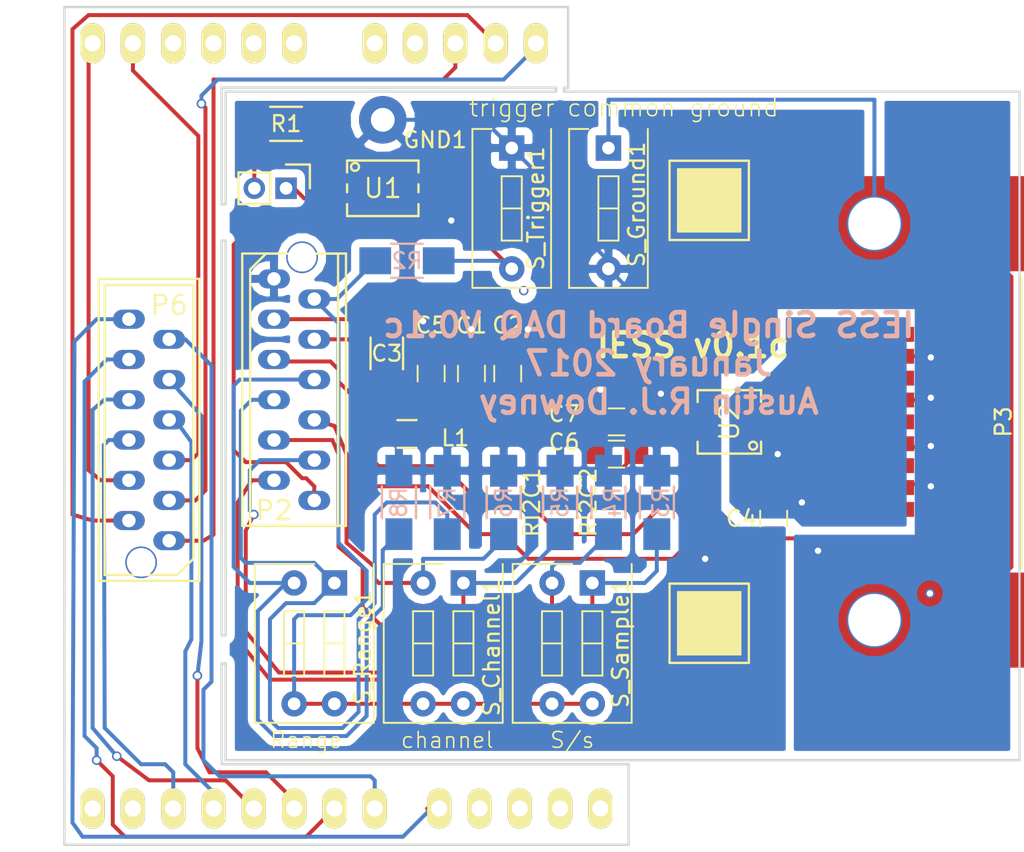
<source format=kicad_pcb>
(kicad_pcb (version 4) (host pcbnew 4.0.5)

  (general
    (links 86)
    (no_connects 0)
    (area 139.28581 79.873499 206.734 133.994501)
    (thickness 1.6)
    (drawings 36)
    (tracks 409)
    (zones 0)
    (modules 33)
    (nets 47)
  )

  (page A4)
  (layers
    (0 F.Cu signal)
    (31 B.Cu signal hide)
    (32 B.Adhes user hide)
    (33 F.Adhes user hide)
    (34 B.Paste user hide)
    (35 F.Paste user hide)
    (36 B.SilkS user)
    (37 F.SilkS user)
    (38 B.Mask user hide)
    (39 F.Mask user hide)
    (40 Dwgs.User user hide)
    (41 Cmts.User user hide)
    (42 Eco1.User user hide)
    (43 Eco2.User user hide)
    (44 Edge.Cuts user)
    (45 Margin user hide)
    (46 B.CrtYd user hide)
    (47 F.CrtYd user hide)
    (48 B.Fab user hide)
    (49 F.Fab user hide)
  )

  (setup
    (last_trace_width 0.25)
    (trace_clearance 0.2)
    (zone_clearance 0.508)
    (zone_45_only yes)
    (trace_min 0.2)
    (segment_width 0.2)
    (edge_width 0.15)
    (via_size 0.6)
    (via_drill 0.4)
    (via_min_size 0.4)
    (via_min_drill 0.3)
    (uvia_size 0.3)
    (uvia_drill 0.1)
    (uvias_allowed no)
    (uvia_min_size 0.2)
    (uvia_min_drill 0.1)
    (pcb_text_width 0.3)
    (pcb_text_size 1.5 1.5)
    (mod_edge_width 0.15)
    (mod_text_size 1 1)
    (mod_text_width 0.15)
    (pad_size 4.064 4.064)
    (pad_drill 0)
    (pad_to_mask_clearance 0.2)
    (aux_axis_origin 0 0)
    (visible_elements 7FFEFF7F)
    (pcbplotparams
      (layerselection 0x010f0_80000001)
      (usegerberextensions false)
      (excludeedgelayer true)
      (linewidth 0.100000)
      (plotframeref false)
      (viasonmask false)
      (mode 1)
      (useauxorigin false)
      (hpglpennumber 1)
      (hpglpenspeed 20)
      (hpglpendiameter 15)
      (hpglpenoverlay 2)
      (psnegative false)
      (psa4output false)
      (plotreference true)
      (plotvalue true)
      (plotinvisibletext false)
      (padsonsilk false)
      (subtractmaskfromsilk false)
      (outputformat 1)
      (mirror false)
      (drillshape 0)
      (scaleselection 1)
      (outputdirectory Gerber/))
  )

  (net 0 "")
  (net 1 +3V3)
  (net 2 GNDA)
  (net 3 "Net-(C4-Pad1)")
  (net 4 "Net-(P1-Pad1)")
  (net 5 "Net-(P1-Pad2)")
  (net 6 +5V)
  (net 7 SDA)
  (net 8 SCL)
  (net 9 "Net-(P2-Pad6)")
  (net 10 "Net-(P2-Pad7)")
  (net 11 "Net-(P2-Pad8)")
  (net 12 "Net-(P2-Pad9)")
  (net 13 "Net-(P2-Pad10)")
  (net 14 "Net-(P2-Pad11)")
  (net 15 trigger)
  (net 16 "Net-(P3-Pad10)")
  (net 17 "Net-(R1-Pad1)")
  (net 18 "Net-(U2-Pad6)")
  (net 19 "Net-(P3-Pad7)")
  (net 20 "Net-(P3-Pad5)")
  (net 21 "Net-(P3-Pad3)")
  (net 22 "Net-(P3-Pad1)")
  (net 23 "Net-(P6-Pad1)")
  (net 24 "Net-(P6-Pad2)")
  (net 25 "Net-(P6-Pad3)")
  (net 26 "Net-(P6-Pad4)")
  (net 27 "Net-(P6-Pad5)")
  (net 28 "Net-(P6-Pad6)")
  (net 29 "Net-(P6-Pad7)")
  (net 30 "Net-(P6-Pad8)")
  (net 31 "Net-(P6-Pad9)")
  (net 32 "Net-(P6-Pad10)")
  (net 33 "Net-(P6-Pad11)")
  (net 34 "Net-(P6-Pad12)")
  (net 35 "Net-(P7-Pad4)")
  (net 36 "Net-(P7-Pad5)")
  (net 37 "Net-(P7-Pad6)")
  (net 38 "Net-(P7-Pad7)")
  (net 39 "Net-(P7-Pad8)")
  (net 40 "Net-(P7-Pad9)")
  (net 41 "Net-(P7-Pad12)")
  (net 42 "Net-(P7-Pad13)")
  (net 43 "Net-(P7-Pad21)")
  (net 44 "Net-(P7-Pad22)")
  (net 45 "Net-(P7-Pad23)")
  (net 46 "Net-(P7-Pad24)")

  (net_class Default "This is the default net class."
    (clearance 0.2)
    (trace_width 0.25)
    (via_dia 0.6)
    (via_drill 0.4)
    (uvia_dia 0.3)
    (uvia_drill 0.1)
    (add_net +3V3)
    (add_net +5V)
    (add_net GNDA)
    (add_net "Net-(C4-Pad1)")
    (add_net "Net-(P1-Pad1)")
    (add_net "Net-(P1-Pad2)")
    (add_net "Net-(P2-Pad10)")
    (add_net "Net-(P2-Pad11)")
    (add_net "Net-(P2-Pad6)")
    (add_net "Net-(P2-Pad7)")
    (add_net "Net-(P2-Pad8)")
    (add_net "Net-(P2-Pad9)")
    (add_net "Net-(P3-Pad1)")
    (add_net "Net-(P3-Pad10)")
    (add_net "Net-(P3-Pad3)")
    (add_net "Net-(P3-Pad5)")
    (add_net "Net-(P3-Pad7)")
    (add_net "Net-(P6-Pad1)")
    (add_net "Net-(P6-Pad10)")
    (add_net "Net-(P6-Pad11)")
    (add_net "Net-(P6-Pad12)")
    (add_net "Net-(P6-Pad2)")
    (add_net "Net-(P6-Pad3)")
    (add_net "Net-(P6-Pad4)")
    (add_net "Net-(P6-Pad5)")
    (add_net "Net-(P6-Pad6)")
    (add_net "Net-(P6-Pad7)")
    (add_net "Net-(P6-Pad8)")
    (add_net "Net-(P6-Pad9)")
    (add_net "Net-(P7-Pad12)")
    (add_net "Net-(P7-Pad13)")
    (add_net "Net-(P7-Pad21)")
    (add_net "Net-(P7-Pad22)")
    (add_net "Net-(P7-Pad23)")
    (add_net "Net-(P7-Pad24)")
    (add_net "Net-(P7-Pad4)")
    (add_net "Net-(P7-Pad5)")
    (add_net "Net-(P7-Pad6)")
    (add_net "Net-(P7-Pad7)")
    (add_net "Net-(P7-Pad8)")
    (add_net "Net-(P7-Pad9)")
    (add_net "Net-(R1-Pad1)")
    (add_net "Net-(U2-Pad6)")
    (add_net SCL)
    (add_net SDA)
    (add_net trigger)
  )

  (module Downey:3M_12POS_ribbon_conn (layer F.Cu) (tedit 58810A23) (tstamp 57FA6AD4)
    (at 160.528 104.648 270)
    (path /57F9FFFE)
    (fp_text reference P2 (at 7.62 1.27 360) (layer F.SilkS)
      (effects (font (size 1.2 1.2) (thickness 0.15)))
    )
    (fp_text value CONN_01X12 (at 2.25 4 270) (layer F.Fab)
      (effects (font (size 1.2 1.2) (thickness 0.15)))
    )
    (fp_line (start -7.585 2.77) (end -8.585 1.77) (layer F.SilkS) (width 0.15))
    (fp_line (start -8.585 1.77) (end -8.585 -2.77) (layer F.SilkS) (width 0.15))
    (fp_line (start -8.585 -2.77) (end 8.585 -2.77) (layer F.SilkS) (width 0.15))
    (fp_line (start 8.585 -2.77) (end 8.585 2.77) (layer F.SilkS) (width 0.15))
    (fp_line (start 8.585 2.77) (end -7.585 2.77) (layer F.SilkS) (width 0.15))
    (fp_line (start -8.585 -3.27) (end 8.585 -3.27) (layer F.SilkS) (width 0.15))
    (fp_line (start 8.585 -3.27) (end 8.585 3.27) (layer F.SilkS) (width 0.15))
    (fp_line (start 8.585 3.27) (end -8.585 3.27) (layer F.SilkS) (width 0.15))
    (fp_line (start -8.585 3.27) (end -8.585 -3.27) (layer F.SilkS) (width 0.15))
    (pad 1 thru_hole oval (at -6.985 1.27 270) (size 1.2 2) (drill 0.85) (layers *.Cu *.Mask)
      (net 2 GNDA))
    (pad 2 thru_hole oval (at -5.715 -1.27 270) (size 1.2 2) (drill 0.85) (layers *.Cu *.Mask)
      (net 6 +5V))
    (pad 3 thru_hole oval (at -4.445 1.27 270) (size 1.2 2) (drill 0.85) (layers *.Cu *.Mask)
      (net 1 +3V3))
    (pad 4 thru_hole oval (at -3.175 -1.27 270) (size 1.2 2) (drill 0.85) (layers *.Cu *.Mask)
      (net 8 SCL))
    (pad 5 thru_hole oval (at -1.905 1.27 270) (size 1.2 2) (drill 0.85) (layers *.Cu *.Mask)
      (net 7 SDA))
    (pad 6 thru_hole oval (at -0.635 -1.27 270) (size 1.2 2) (drill 0.85) (layers *.Cu *.Mask)
      (net 9 "Net-(P2-Pad6)"))
    (pad 7 thru_hole oval (at 0.635 1.27 270) (size 1.2 2) (drill 0.85) (layers *.Cu *.Mask)
      (net 10 "Net-(P2-Pad7)"))
    (pad 8 thru_hole oval (at 1.905 -1.27 270) (size 1.2 2) (drill 0.85) (layers *.Cu *.Mask)
      (net 11 "Net-(P2-Pad8)"))
    (pad 9 thru_hole oval (at 3.175 1.27 270) (size 1.2 2) (drill 0.85) (layers *.Cu *.Mask)
      (net 12 "Net-(P2-Pad9)"))
    (pad 10 thru_hole oval (at 4.445 -1.27 270) (size 1.2 2) (drill 0.85) (layers *.Cu *.Mask)
      (net 13 "Net-(P2-Pad10)"))
    (pad 11 thru_hole oval (at 5.715 1.27 270) (size 1.2 2) (drill 0.85) (layers *.Cu *.Mask)
      (net 14 "Net-(P2-Pad11)"))
    (pad 12 thru_hole oval (at 6.985 -1.27 270) (size 1.2 2) (drill 0.85) (layers *.Cu *.Mask)
      (net 15 trigger))
    (pad "" np_thru_hole circle (at -8.35 -0.5 270) (size 2 2) (drill 1.8) (layers *.Cu *.Mask))
  )

  (module Downey:ARDUINO_SHIELD_half_moon (layer F.Cu) (tedit 588107F8) (tstamp 58807951)
    (at 142.24 104.14 270)
    (descr http://www.thingiverse.com/thing:9630)
    (path /5880E374)
    (fp_text reference P7 (at -2.54 -2.54 270) (layer F.SilkS) hide
      (effects (font (thickness 0.3048)))
    )
    (fp_text value arduino_half_moonX24 (at 12.192 -2.54 270) (layer F.SilkS) hide
      (effects (font (thickness 0.3048)))
    )
    (fp_line (start 28.194 -3.048) (end 29.464 -4.318) (layer Cmts.User) (width 0.381))
    (fp_line (start -21.336 -3.048) (end -23.876 -3.048) (layer Cmts.User) (width 0.381))
    (pad 11 thru_hole oval (at -21.336 -5.588 270) (size 2.54 1.524) (drill 1.016) (layers *.Cu *.Mask F.SilkS)
      (net 26 "Net-(P6-Pad4)"))
    (pad 10 thru_hole oval (at -21.336 -8.128 270) (size 2.54 1.524) (drill 1.016) (layers *.Cu *.Mask F.SilkS)
      (net 27 "Net-(P6-Pad5)"))
    (pad 9 thru_hole oval (at -21.336 -10.668 270) (size 2.54 1.524) (drill 1.016) (layers *.Cu *.Mask F.SilkS)
      (net 40 "Net-(P7-Pad9)"))
    (pad 6 thru_hole oval (at -21.336 -18.288 270) (size 2.54 1.524) (drill 1.016) (layers *.Cu *.Mask F.SilkS)
      (net 37 "Net-(P7-Pad6)"))
    (pad 7 thru_hole oval (at -21.336 -15.748 270) (size 2.54 1.524) (drill 1.016) (layers *.Cu *.Mask F.SilkS)
      (net 38 "Net-(P7-Pad7)"))
    (pad 8 thru_hole oval (at -21.336 -13.208 270) (size 2.54 1.524) (drill 1.016) (layers *.Cu *.Mask F.SilkS)
      (net 39 "Net-(P7-Pad8)"))
    (pad 5 thru_hole oval (at -21.336 -23.368 270) (size 2.54 1.524) (drill 1.016) (layers *.Cu *.Mask F.SilkS)
      (net 36 "Net-(P7-Pad5)"))
    (pad 4 thru_hole oval (at -21.336 -25.908 270) (size 2.54 1.524) (drill 1.016) (layers *.Cu *.Mask F.SilkS)
      (net 35 "Net-(P7-Pad4)"))
    (pad 3 thru_hole oval (at -21.336 -28.448 270) (size 2.54 1.524) (drill 1.016) (layers *.Cu *.Mask F.SilkS)
      (net 23 "Net-(P6-Pad1)"))
    (pad 1 thru_hole oval (at -21.336 -33.528 270) (size 2.54 1.524) (drill 1.016) (layers *.Cu *.Mask F.SilkS)
      (net 25 "Net-(P6-Pad3)"))
    (pad 12 thru_hole oval (at 26.924 -5.588 270) (size 2.54 1.524) (drill 1.016) (layers *.Cu *.Mask F.SilkS)
      (net 41 "Net-(P7-Pad12)"))
    (pad 13 thru_hole oval (at 26.924 -8.128 270) (size 2.54 1.524) (drill 1.016) (layers *.Cu *.Mask F.SilkS)
      (net 42 "Net-(P7-Pad13)"))
    (pad 14 thru_hole oval (at 26.924 -10.668 270) (size 2.54 1.524) (drill 1.016) (layers *.Cu *.Mask F.SilkS)
      (net 28 "Net-(P6-Pad6)"))
    (pad 15 thru_hole oval (at 26.924 -13.208 270) (size 2.54 1.524) (drill 1.016) (layers *.Cu *.Mask F.SilkS)
      (net 29 "Net-(P6-Pad7)"))
    (pad 16 thru_hole oval (at 26.924 -15.748 270) (size 2.54 1.524) (drill 1.016) (layers *.Cu *.Mask F.SilkS)
      (net 30 "Net-(P6-Pad8)"))
    (pad 17 thru_hole oval (at 26.924 -18.288 270) (size 2.54 1.524) (drill 1.016) (layers *.Cu *.Mask F.SilkS)
      (net 31 "Net-(P6-Pad9)"))
    (pad 18 thru_hole oval (at 26.924 -20.828 270) (size 2.54 1.524) (drill 1.016) (layers *.Cu *.Mask F.SilkS)
      (net 32 "Net-(P6-Pad10)"))
    (pad 19 thru_hole oval (at 26.924 -23.368 270) (size 2.54 1.524) (drill 1.016) (layers *.Cu *.Mask F.SilkS)
      (net 33 "Net-(P6-Pad11)"))
    (pad 20 thru_hole oval (at 26.924 -27.432 270) (size 2.54 1.524) (drill 1.016) (layers *.Cu *.Mask F.SilkS)
      (net 34 "Net-(P6-Pad12)"))
    (pad 21 thru_hole oval (at 26.924 -29.972 270) (size 2.54 1.524) (drill 1.016) (layers *.Cu *.Mask F.SilkS)
      (net 43 "Net-(P7-Pad21)"))
    (pad 22 thru_hole oval (at 26.924 -32.512 270) (size 2.54 1.524) (drill 1.016) (layers *.Cu *.Mask F.SilkS)
      (net 44 "Net-(P7-Pad22)"))
    (pad 23 thru_hole oval (at 26.924 -35.052 270) (size 2.54 1.524) (drill 1.016) (layers *.Cu *.Mask F.SilkS)
      (net 45 "Net-(P7-Pad23)"))
    (pad 24 thru_hole oval (at 26.924 -37.592 270) (size 2.54 1.524) (drill 1.016) (layers *.Cu *.Mask F.SilkS)
      (net 46 "Net-(P7-Pad24)"))
    (pad 2 thru_hole oval (at -21.336 -30.988 270) (size 2.54 1.524) (drill 1.016) (layers *.Cu *.Mask F.SilkS)
      (net 24 "Net-(P6-Pad2)"))
  )

  (module Pin_Headers:Pin_Header_Straight_1x02_Pitch2.00mm (layer F.Cu) (tedit 5881106E) (tstamp 57FA6ABA)
    (at 160.02 91.948 270)
    (descr "Through hole pin header, 1x02, 2.00mm pitch, single row")
    (tags "pin header single row")
    (path /57FA0621)
    (fp_text reference P1 (at 20.066 19.558 360) (layer F.SilkS) hide
      (effects (font (size 1 1) (thickness 0.15)))
    )
    (fp_text value CONN_01X02 (at -1.75 -3.25 270) (layer F.Fab)
      (effects (font (size 1 1) (thickness 0.15)))
    )
    (fp_line (start -1 1) (end 1 1) (layer F.SilkS) (width 0.15))
    (fp_line (start 1 1) (end 1 3) (layer F.SilkS) (width 0.15))
    (fp_line (start 1 3) (end -1 3) (layer F.SilkS) (width 0.15))
    (fp_line (start -1 3) (end -1 1) (layer F.SilkS) (width 0.15))
    (fp_line (start -1.6 -1.6) (end 1.6 -1.6) (layer F.CrtYd) (width 0.05))
    (fp_line (start 1.6 -1.6) (end 1.6 3.6) (layer F.CrtYd) (width 0.05))
    (fp_line (start 1.6 3.6) (end -1.6 3.6) (layer F.CrtYd) (width 0.05))
    (fp_line (start -1.6 3.6) (end -1.6 -1.6) (layer F.CrtYd) (width 0.05))
    (fp_line (start -1.5 0) (end -1.5 -1.5) (layer F.SilkS) (width 0.15))
    (fp_line (start -1.5 -1.5) (end 0 -1.5) (layer F.SilkS) (width 0.15))
    (pad 1 thru_hole rect (at 0 0 270) (size 1.35 1.35) (drill 0.8) (layers *.Cu *.Mask)
      (net 4 "Net-(P1-Pad1)"))
    (pad 2 thru_hole circle (at 0 2 270) (size 1.35 1.35) (drill 0.8) (layers *.Cu *.Mask)
      (net 5 "Net-(P1-Pad2)"))
    (model Pin_Headers.3dshapes/Pin_Header_Straight_1x02_Pitch2.00mm.wrl
      (at (xyz 0 0 0))
      (scale (xyz 1 1 1))
      (rotate (xyz 0 0 0))
    )
  )

  (module Downey:EL3H7 (layer F.Cu) (tedit 58810845) (tstamp 57FA6C15)
    (at 166.116 91.948 270)
    (path /57FAE758)
    (fp_text reference U1 (at 0 0 360) (layer F.SilkS)
      (effects (font (size 1.2 1.2) (thickness 0.15)))
    )
    (fp_text value EL3H7 (at 3 0 360) (layer F.Fab)
      (effects (font (size 1.2 1.2) (thickness 0.15)))
    )
    (fp_circle (center -1.35 1.75) (end -1.1 1.75) (layer F.SilkS) (width 0.15))
    (fp_line (start 0.25 -2.25) (end -0.25 -2.25) (layer F.SilkS) (width 0.15))
    (fp_line (start 1 2.25) (end 1.5 2.25) (layer F.SilkS) (width 0.15))
    (fp_line (start 1.5 2.25) (end 1.75 2.25) (layer F.SilkS) (width 0.15))
    (fp_line (start 1.75 2.25) (end 1.75 -2.25) (layer F.SilkS) (width 0.15))
    (fp_line (start 1.75 -2.25) (end 1 -2.25) (layer F.SilkS) (width 0.15))
    (fp_line (start -0.25 2.25) (end 0.25 2.25) (layer F.SilkS) (width 0.15))
    (fp_line (start -1 -2.25) (end -1.75 -2.25) (layer F.SilkS) (width 0.15))
    (fp_line (start -1.75 -2.25) (end -1.75 2.25) (layer F.SilkS) (width 0.15))
    (fp_line (start -1.75 2.25) (end -1 2.25) (layer F.SilkS) (width 0.15))
    (pad 4 smd rect (at -0.635 -2.6 270) (size 0.6 2.5) (layers F.Cu F.Paste F.Mask)
      (net 15 trigger))
    (pad 1 smd rect (at -0.635 2.6 270) (size 0.6 2.5) (layers F.Cu F.Paste F.Mask)
      (net 17 "Net-(R1-Pad1)"))
    (pad 3 smd rect (at 0.635 -2.6 270) (size 0.6 2.5) (layers F.Cu F.Paste F.Mask)
      (net 2 GNDA))
    (pad 2 smd rect (at 0.635 2.6 270) (size 0.6 2.5) (layers F.Cu F.Paste F.Mask)
      (net 4 "Net-(P1-Pad1)"))
    (model /home/downey/KiKad_Libary_Downey/Downey/3D/walter/smd_dil/mfp-4.wrl
      (at (xyz 0 0 0))
      (scale (xyz 1 1 1))
      (rotate (xyz 0 0 0))
    )
  )

  (module Downey:SOIC_10_FDC1004 (layer F.Cu) (tedit 588108B5) (tstamp 57FA6C2D)
    (at 187.96 106.68 90)
    (path /57FA6132)
    (fp_text reference U2 (at 0 0 270) (layer F.SilkS)
      (effects (font (size 1.2 1.2) (thickness 0.15)))
    )
    (fp_text value FDC1004custom (at 3.5 -0.1 180) (layer F.Fab)
      (effects (font (size 1.2 1.2) (thickness 0.15)))
    )
    (fp_line (start 2 2) (end 2 -2) (layer F.SilkS) (width 0.15))
    (fp_line (start 2 -2) (end 1.75 -2) (layer F.SilkS) (width 0.15))
    (fp_line (start 2 2) (end 1.75 2) (layer F.SilkS) (width 0.15))
    (fp_circle (center -1.5 1.5) (end -1.5 1.75) (layer F.SilkS) (width 0.15))
    (fp_line (start -1.25 2) (end -2 2) (layer F.SilkS) (width 0.15))
    (fp_line (start -2 2) (end -2 -2) (layer F.SilkS) (width 0.15))
    (fp_line (start -2 -2) (end -1.75 -2) (layer F.SilkS) (width 0.15))
    (fp_line (start 1.25 -2) (end 1.75 -2) (layer F.SilkS) (width 0.15))
    (fp_line (start 1.75 2) (end 1.25 2) (layer F.SilkS) (width 0.15))
    (fp_line (start -1.75 -2) (end -1.25 -2) (layer F.SilkS) (width 0.15))
    (pad 10 smd rect (at -1 -2.25 90) (size 0.27 2.5) (layers F.Cu F.Paste F.Mask)
      (net 7 SDA))
    (pad 1 smd rect (at -1 2.25 90) (size 0.27 2.5) (layers F.Cu F.Paste F.Mask)
      (net 3 "Net-(C4-Pad1)"))
    (pad 9 smd rect (at -0.5 -2.25 90) (size 0.27 2.5) (layers F.Cu F.Paste F.Mask)
      (net 8 SCL))
    (pad 2 smd rect (at -0.5 2.25 90) (size 0.27 2.5) (layers F.Cu F.Paste F.Mask)
      (net 19 "Net-(P3-Pad7)"))
    (pad 8 smd rect (at 0 -2.25 90) (size 0.27 2.5) (layers F.Cu F.Paste F.Mask)
      (net 1 +3V3))
    (pad 3 smd rect (at 0 2.25 90) (size 0.27 2.5) (layers F.Cu F.Paste F.Mask)
      (net 20 "Net-(P3-Pad5)"))
    (pad 7 smd rect (at 0.5 -2.25 90) (size 0.27 2.5) (layers F.Cu F.Paste F.Mask)
      (net 2 GNDA))
    (pad 4 smd rect (at 0.5 2.25 90) (size 0.27 2.5) (layers F.Cu F.Paste F.Mask)
      (net 21 "Net-(P3-Pad3)"))
    (pad 6 smd rect (at 1 -2.25 90) (size 0.27 2.5) (layers F.Cu F.Paste F.Mask)
      (net 18 "Net-(U2-Pad6)"))
    (pad 5 smd rect (at 1 2.25 90) (size 0.27 2.5) (layers F.Cu F.Paste F.Mask)
      (net 22 "Net-(P3-Pad1)"))
    (model /home/downey/KiKad_Libary_Downey/Downey/3D/walter/smd_dil/msoic-10.wrl
      (at (xyz 0 0 0))
      (scale (xyz 1 1 1))
      (rotate (xyz 0 0 0))
    )
  )

  (module SMD_Packages:1Pin (layer F.Cu) (tedit 5801FD5F) (tstamp 57FA8C6B)
    (at 186.69 119.38)
    (descr "module 1 pin (ou trou mecanique de percage)")
    (tags DEV)
    (path /57FAA173)
    (fp_text reference P4 (at 0 -3.50012) (layer F.SilkS) hide
      (effects (font (size 1 1) (thickness 0.15)))
    )
    (fp_text value CONN_01X01 (at 0.24892 3.74904) (layer F.Fab)
      (effects (font (size 1 1) (thickness 0.15)))
    )
    (fp_line (start -2.49936 -2.49936) (end 2.49936 -2.49936) (layer F.SilkS) (width 0.15))
    (fp_line (start 2.49936 -2.49936) (end 2.49936 2.49936) (layer F.SilkS) (width 0.15))
    (fp_line (start 2.49936 2.49936) (end -2.49936 2.49936) (layer F.SilkS) (width 0.15))
    (fp_line (start -2.49936 2.49936) (end -2.49936 -2.49936) (layer F.SilkS) (width 0.15))
    (pad 1 smd rect (at 0 0) (size 4.064 4.064) (layers F.Cu F.Paste F.SilkS F.Mask)
      (net 2 GNDA))
  )

  (module SMD_Packages:1Pin (layer F.Cu) (tedit 586D696D) (tstamp 57FA8C70)
    (at 186.69 92.71)
    (descr "module 1 pin (ou trou mecanique de percage)")
    (tags DEV)
    (path /57FAA0FE)
    (fp_text reference P5 (at 0 -3.50012) (layer F.SilkS) hide
      (effects (font (size 1 1) (thickness 0.15)))
    )
    (fp_text value CONN_01X01 (at 0.24892 3.74904) (layer F.Fab)
      (effects (font (size 1 1) (thickness 0.15)))
    )
    (fp_line (start -2.49936 -2.49936) (end 2.49936 -2.49936) (layer F.SilkS) (width 0.15))
    (fp_line (start 2.49936 -2.49936) (end 2.49936 2.49936) (layer F.SilkS) (width 0.15))
    (fp_line (start 2.49936 2.49936) (end -2.49936 2.49936) (layer F.SilkS) (width 0.15))
    (fp_line (start -2.49936 2.49936) (end -2.49936 -2.49936) (layer F.SilkS) (width 0.15))
    (pad 1 smd rect (at 0 0) (size 4.064 4.064) (layers F.Cu F.Paste F.SilkS F.Mask)
      (net 2 GNDA))
  )

  (module Capacitors_SMD:C_1206_HandSoldering (layer F.Cu) (tedit 58810AC1) (tstamp 5801EDFC)
    (at 166.37 102.362 90)
    (descr "Capacitor SMD 1206, hand soldering")
    (tags "capacitor 1206")
    (path /57FA96A1)
    (attr smd)
    (fp_text reference C3 (at 0 0 180) (layer F.SilkS)
      (effects (font (size 1 1) (thickness 0.15)))
    )
    (fp_text value 100uF (at 4.1 0.2 180) (layer F.Fab)
      (effects (font (size 1 1) (thickness 0.15)))
    )
    (fp_line (start -1.6 0.8) (end -1.6 -0.8) (layer F.Fab) (width 0.15))
    (fp_line (start 1.6 0.8) (end -1.6 0.8) (layer F.Fab) (width 0.15))
    (fp_line (start 1.6 -0.8) (end 1.6 0.8) (layer F.Fab) (width 0.15))
    (fp_line (start -1.6 -0.8) (end 1.6 -0.8) (layer F.Fab) (width 0.15))
    (fp_line (start -3.3 -1.15) (end 3.3 -1.15) (layer F.CrtYd) (width 0.05))
    (fp_line (start -3.3 1.15) (end 3.3 1.15) (layer F.CrtYd) (width 0.05))
    (fp_line (start -3.3 -1.15) (end -3.3 1.15) (layer F.CrtYd) (width 0.05))
    (fp_line (start 3.3 -1.15) (end 3.3 1.15) (layer F.CrtYd) (width 0.05))
    (fp_line (start 1 -1.025) (end -1 -1.025) (layer F.SilkS) (width 0.15))
    (fp_line (start -1 1.025) (end 1 1.025) (layer F.SilkS) (width 0.15))
    (pad 1 smd rect (at -2 0 90) (size 2 1.6) (layers F.Cu F.Paste F.Mask)
      (net 1 +3V3))
    (pad 2 smd rect (at 2 0 90) (size 2 1.6) (layers F.Cu F.Paste F.Mask)
      (net 2 GNDA))
    (model Capacitors_SMD.3dshapes/C_1206_HandSoldering.wrl
      (at (xyz 0 0 0))
      (scale (xyz 1 1 1))
      (rotate (xyz 0 0 0))
    )
  )

  (module Measurement_Points:Measurement_Point_Round-TH_Big (layer F.Cu) (tedit 58810854) (tstamp 586D61C8)
    (at 166.116 87.63)
    (descr "Mesurement Point, Round, Trough Hole,  DM 3mm, Drill 1.5mm,")
    (tags "Mesurement Point Round Trough Hole 3mm 1.5mm")
    (path /5801FC3D)
    (attr virtual)
    (fp_text reference GND1 (at 3.302 1.27) (layer F.SilkS)
      (effects (font (size 1 1) (thickness 0.15)))
    )
    (fp_text value TEST_1P (at 0 3) (layer F.Fab)
      (effects (font (size 1 1) (thickness 0.15)))
    )
    (fp_circle (center 0 0) (end 1.75 0) (layer F.CrtYd) (width 0.05))
    (pad 1 thru_hole circle (at 0 0) (size 3 3) (drill 1.5) (layers *.Cu *.Mask)
      (net 2 GNDA))
  )

  (module Buttons_Switches_ThroughHole:SW_DIP_x2_W7.62mm_Slide (layer F.Cu) (tedit 588107CA) (tstamp 586D6305)
    (at 171.196 116.84 270)
    (descr "2x-dip-switch, Slide, row spacing 7.62 mm (300 mils)")
    (tags "DIP Switch Slide 7.62mm 300mil")
    (path /57FA1B0F)
    (fp_text reference S_Channel1 (at 4.064 -1.778 270) (layer F.SilkS)
      (effects (font (size 1 1) (thickness 0.15)))
    )
    (fp_text value DIPS_02 (at 3.81 6.02 270) (layer F.Fab)
      (effects (font (size 1 1) (thickness 0.15)))
    )
    (fp_line (start -0.08 -2.36) (end 8.7 -2.36) (layer F.Fab) (width 0.1))
    (fp_line (start 8.7 -2.36) (end 8.7 4.9) (layer F.Fab) (width 0.1))
    (fp_line (start 8.7 4.9) (end -1.08 4.9) (layer F.Fab) (width 0.1))
    (fp_line (start -1.08 4.9) (end -1.08 -1.36) (layer F.Fab) (width 0.1))
    (fp_line (start -1.08 -1.36) (end -0.08 -2.36) (layer F.Fab) (width 0.1))
    (fp_line (start 1.78 -0.635) (end 1.78 0.635) (layer F.Fab) (width 0.1))
    (fp_line (start 1.78 0.635) (end 5.84 0.635) (layer F.Fab) (width 0.1))
    (fp_line (start 5.84 0.635) (end 5.84 -0.635) (layer F.Fab) (width 0.1))
    (fp_line (start 5.84 -0.635) (end 1.78 -0.635) (layer F.Fab) (width 0.1))
    (fp_line (start 3.81 -0.635) (end 3.81 0.635) (layer F.Fab) (width 0.1))
    (fp_line (start 1.78 1.905) (end 1.78 3.175) (layer F.Fab) (width 0.1))
    (fp_line (start 1.78 3.175) (end 5.84 3.175) (layer F.Fab) (width 0.1))
    (fp_line (start 5.84 3.175) (end 5.84 1.905) (layer F.Fab) (width 0.1))
    (fp_line (start 5.84 1.905) (end 1.78 1.905) (layer F.Fab) (width 0.1))
    (fp_line (start 3.81 1.905) (end 3.81 3.175) (layer F.Fab) (width 0.1))
    (fp_line (start -1.2 -2.48) (end 8.82 -2.48) (layer F.SilkS) (width 0.12))
    (fp_line (start 8.82 -2.48) (end 8.82 5.02) (layer F.SilkS) (width 0.12))
    (fp_line (start 8.82 5.02) (end -1.2 5.02) (layer F.SilkS) (width 0.12))
    (fp_line (start -1.2 5.02) (end -1.2 1.27) (layer F.SilkS) (width 0.12))
    (fp_line (start 1.78 -0.635) (end 1.78 0.635) (layer F.SilkS) (width 0.12))
    (fp_line (start 1.78 0.635) (end 5.84 0.635) (layer F.SilkS) (width 0.12))
    (fp_line (start 5.84 0.635) (end 5.84 -0.635) (layer F.SilkS) (width 0.12))
    (fp_line (start 5.84 -0.635) (end 1.78 -0.635) (layer F.SilkS) (width 0.12))
    (fp_line (start 3.81 -0.635) (end 3.81 0.635) (layer F.SilkS) (width 0.12))
    (fp_line (start 1.78 1.905) (end 1.78 3.175) (layer F.SilkS) (width 0.12))
    (fp_line (start 1.78 3.175) (end 5.84 3.175) (layer F.SilkS) (width 0.12))
    (fp_line (start 5.84 3.175) (end 5.84 1.905) (layer F.SilkS) (width 0.12))
    (fp_line (start 5.84 1.905) (end 1.78 1.905) (layer F.SilkS) (width 0.12))
    (fp_line (start 3.81 1.905) (end 3.81 3.175) (layer F.SilkS) (width 0.12))
    (fp_line (start -1.4 -2.7) (end -1.4 5.2) (layer F.CrtYd) (width 0.05))
    (fp_line (start -1.4 5.2) (end 9 5.2) (layer F.CrtYd) (width 0.05))
    (fp_line (start 9 5.2) (end 9 -2.7) (layer F.CrtYd) (width 0.05))
    (fp_line (start 9 -2.7) (end -1.4 -2.7) (layer F.CrtYd) (width 0.05))
    (pad 1 thru_hole rect (at 0 0 270) (size 1.6 1.6) (drill 0.8) (layers *.Cu *.Mask)
      (net 12 "Net-(P2-Pad9)"))
    (pad 3 thru_hole oval (at 7.62 2.54 270) (size 1.6 1.6) (drill 0.8) (layers *.Cu *.Mask)
      (net 6 +5V))
    (pad 2 thru_hole oval (at 0 2.54 270) (size 1.6 1.6) (drill 0.8) (layers *.Cu *.Mask)
      (net 11 "Net-(P2-Pad8)"))
    (pad 4 thru_hole oval (at 7.62 0 270) (size 1.6 1.6) (drill 0.8) (layers *.Cu *.Mask)
      (net 6 +5V))
    (model Buttons_Switches_ThroughHole.3dshapes/SW_DIP_x2_W7.62mm_Slide.wrl
      (at (xyz 0 0 0))
      (scale (xyz 1 1 1))
      (rotate (xyz 0 0 90))
    )
  )

  (module Buttons_Switches_ThroughHole:SW_DIP_x1_W7.62mm_Slide (layer F.Cu) (tedit 58810857) (tstamp 586D6322)
    (at 180.34 89.408 270)
    (descr "1x-dip-switch, Slide, row spacing 7.62 mm (300 mils)")
    (tags "DIP Switch Slide 7.62mm 300mil")
    (path /57FA3888)
    (fp_text reference S_Ground1 (at 3.556 -1.778 270) (layer F.SilkS)
      (effects (font (size 1 1) (thickness 0.15)))
    )
    (fp_text value DIPS_01 (at 3.81 3.48 270) (layer F.Fab)
      (effects (font (size 1 1) (thickness 0.15)))
    )
    (fp_line (start -0.08 -2.36) (end 8.7 -2.36) (layer F.Fab) (width 0.1))
    (fp_line (start 8.7 -2.36) (end 8.7 2.36) (layer F.Fab) (width 0.1))
    (fp_line (start 8.7 2.36) (end -1.08 2.36) (layer F.Fab) (width 0.1))
    (fp_line (start -1.08 2.36) (end -1.08 -1.36) (layer F.Fab) (width 0.1))
    (fp_line (start -1.08 -1.36) (end -0.08 -2.36) (layer F.Fab) (width 0.1))
    (fp_line (start 1.78 -0.635) (end 1.78 0.635) (layer F.Fab) (width 0.1))
    (fp_line (start 1.78 0.635) (end 5.84 0.635) (layer F.Fab) (width 0.1))
    (fp_line (start 5.84 0.635) (end 5.84 -0.635) (layer F.Fab) (width 0.1))
    (fp_line (start 5.84 -0.635) (end 1.78 -0.635) (layer F.Fab) (width 0.1))
    (fp_line (start 3.81 -0.635) (end 3.81 0.635) (layer F.Fab) (width 0.1))
    (fp_line (start -1.2 -2.48) (end 8.82 -2.48) (layer F.SilkS) (width 0.12))
    (fp_line (start 8.82 -2.48) (end 8.82 2.48) (layer F.SilkS) (width 0.12))
    (fp_line (start 8.82 2.48) (end -1.2 2.48) (layer F.SilkS) (width 0.12))
    (fp_line (start -1.2 2.48) (end -1.2 1.27) (layer F.SilkS) (width 0.12))
    (fp_line (start 1.78 -0.635) (end 1.78 0.635) (layer F.SilkS) (width 0.12))
    (fp_line (start 1.78 0.635) (end 5.84 0.635) (layer F.SilkS) (width 0.12))
    (fp_line (start 5.84 0.635) (end 5.84 -0.635) (layer F.SilkS) (width 0.12))
    (fp_line (start 5.84 -0.635) (end 1.78 -0.635) (layer F.SilkS) (width 0.12))
    (fp_line (start 3.81 -0.635) (end 3.81 0.635) (layer F.SilkS) (width 0.12))
    (fp_line (start -1.4 -2.7) (end -1.4 2.7) (layer F.CrtYd) (width 0.05))
    (fp_line (start -1.4 2.7) (end 9 2.7) (layer F.CrtYd) (width 0.05))
    (fp_line (start 9 2.7) (end 9 -2.7) (layer F.CrtYd) (width 0.05))
    (fp_line (start 9 -2.7) (end -1.4 -2.7) (layer F.CrtYd) (width 0.05))
    (pad 1 thru_hole rect (at 0 0 270) (size 1.6 1.6) (drill 0.8) (layers *.Cu *.Mask)
      (net 16 "Net-(P3-Pad10)"))
    (pad 2 thru_hole oval (at 7.62 0 270) (size 1.6 1.6) (drill 0.8) (layers *.Cu *.Mask)
      (net 2 GNDA))
    (model Buttons_Switches_ThroughHole.3dshapes/SW_DIP_x1_W7.62mm_Slide.wrl
      (at (xyz 0 0 0))
      (scale (xyz 1 1 1))
      (rotate (xyz 0 0 90))
    )
  )

  (module Buttons_Switches_ThroughHole:SW_DIP_x2_W7.62mm_Slide (layer F.Cu) (tedit 588107C7) (tstamp 586D634B)
    (at 163.068 116.84 270)
    (descr "2x-dip-switch, Slide, row spacing 7.62 mm (300 mils)")
    (tags "DIP Switch Slide 7.62mm 300mil")
    (path /57FA13E3)
    (fp_text reference S_Range1 (at 4.064 -1.778 270) (layer F.SilkS)
      (effects (font (size 1 1) (thickness 0.15)))
    )
    (fp_text value DIPS_02 (at 3.81 6.02 270) (layer F.Fab)
      (effects (font (size 1 1) (thickness 0.15)))
    )
    (fp_line (start -0.08 -2.36) (end 8.7 -2.36) (layer F.Fab) (width 0.1))
    (fp_line (start 8.7 -2.36) (end 8.7 4.9) (layer F.Fab) (width 0.1))
    (fp_line (start 8.7 4.9) (end -1.08 4.9) (layer F.Fab) (width 0.1))
    (fp_line (start -1.08 4.9) (end -1.08 -1.36) (layer F.Fab) (width 0.1))
    (fp_line (start -1.08 -1.36) (end -0.08 -2.36) (layer F.Fab) (width 0.1))
    (fp_line (start 1.78 -0.635) (end 1.78 0.635) (layer F.Fab) (width 0.1))
    (fp_line (start 1.78 0.635) (end 5.84 0.635) (layer F.Fab) (width 0.1))
    (fp_line (start 5.84 0.635) (end 5.84 -0.635) (layer F.Fab) (width 0.1))
    (fp_line (start 5.84 -0.635) (end 1.78 -0.635) (layer F.Fab) (width 0.1))
    (fp_line (start 3.81 -0.635) (end 3.81 0.635) (layer F.Fab) (width 0.1))
    (fp_line (start 1.78 1.905) (end 1.78 3.175) (layer F.Fab) (width 0.1))
    (fp_line (start 1.78 3.175) (end 5.84 3.175) (layer F.Fab) (width 0.1))
    (fp_line (start 5.84 3.175) (end 5.84 1.905) (layer F.Fab) (width 0.1))
    (fp_line (start 5.84 1.905) (end 1.78 1.905) (layer F.Fab) (width 0.1))
    (fp_line (start 3.81 1.905) (end 3.81 3.175) (layer F.Fab) (width 0.1))
    (fp_line (start -1.2 -2.48) (end 8.82 -2.48) (layer F.SilkS) (width 0.12))
    (fp_line (start 8.82 -2.48) (end 8.82 5.02) (layer F.SilkS) (width 0.12))
    (fp_line (start 8.82 5.02) (end -1.2 5.02) (layer F.SilkS) (width 0.12))
    (fp_line (start -1.2 5.02) (end -1.2 1.27) (layer F.SilkS) (width 0.12))
    (fp_line (start 1.78 -0.635) (end 1.78 0.635) (layer F.SilkS) (width 0.12))
    (fp_line (start 1.78 0.635) (end 5.84 0.635) (layer F.SilkS) (width 0.12))
    (fp_line (start 5.84 0.635) (end 5.84 -0.635) (layer F.SilkS) (width 0.12))
    (fp_line (start 5.84 -0.635) (end 1.78 -0.635) (layer F.SilkS) (width 0.12))
    (fp_line (start 3.81 -0.635) (end 3.81 0.635) (layer F.SilkS) (width 0.12))
    (fp_line (start 1.78 1.905) (end 1.78 3.175) (layer F.SilkS) (width 0.12))
    (fp_line (start 1.78 3.175) (end 5.84 3.175) (layer F.SilkS) (width 0.12))
    (fp_line (start 5.84 3.175) (end 5.84 1.905) (layer F.SilkS) (width 0.12))
    (fp_line (start 5.84 1.905) (end 1.78 1.905) (layer F.SilkS) (width 0.12))
    (fp_line (start 3.81 1.905) (end 3.81 3.175) (layer F.SilkS) (width 0.12))
    (fp_line (start -1.4 -2.7) (end -1.4 5.2) (layer F.CrtYd) (width 0.05))
    (fp_line (start -1.4 5.2) (end 9 5.2) (layer F.CrtYd) (width 0.05))
    (fp_line (start 9 5.2) (end 9 -2.7) (layer F.CrtYd) (width 0.05))
    (fp_line (start 9 -2.7) (end -1.4 -2.7) (layer F.CrtYd) (width 0.05))
    (pad 1 thru_hole rect (at 0 0 270) (size 1.6 1.6) (drill 0.8) (layers *.Cu *.Mask)
      (net 10 "Net-(P2-Pad7)"))
    (pad 3 thru_hole oval (at 7.62 2.54 270) (size 1.6 1.6) (drill 0.8) (layers *.Cu *.Mask)
      (net 6 +5V))
    (pad 2 thru_hole oval (at 0 2.54 270) (size 1.6 1.6) (drill 0.8) (layers *.Cu *.Mask)
      (net 9 "Net-(P2-Pad6)"))
    (pad 4 thru_hole oval (at 7.62 0 270) (size 1.6 1.6) (drill 0.8) (layers *.Cu *.Mask)
      (net 6 +5V))
    (model Buttons_Switches_ThroughHole.3dshapes/SW_DIP_x2_W7.62mm_Slide.wrl
      (at (xyz 0 0 0))
      (scale (xyz 1 1 1))
      (rotate (xyz 0 0 90))
    )
  )

  (module Buttons_Switches_ThroughHole:SW_DIP_x2_W7.62mm_Slide (layer F.Cu) (tedit 588107CD) (tstamp 586D6374)
    (at 179.324 116.84 270)
    (descr "2x-dip-switch, Slide, row spacing 7.62 mm (300 mils)")
    (tags "DIP Switch Slide 7.62mm 300mil")
    (path /57FA1BAD)
    (fp_text reference S_Sample1 (at 3.81 -1.778 270) (layer F.SilkS)
      (effects (font (size 1 1) (thickness 0.15)))
    )
    (fp_text value DIPS_02 (at 3.81 6.02 270) (layer F.Fab)
      (effects (font (size 1 1) (thickness 0.15)))
    )
    (fp_line (start -0.08 -2.36) (end 8.7 -2.36) (layer F.Fab) (width 0.1))
    (fp_line (start 8.7 -2.36) (end 8.7 4.9) (layer F.Fab) (width 0.1))
    (fp_line (start 8.7 4.9) (end -1.08 4.9) (layer F.Fab) (width 0.1))
    (fp_line (start -1.08 4.9) (end -1.08 -1.36) (layer F.Fab) (width 0.1))
    (fp_line (start -1.08 -1.36) (end -0.08 -2.36) (layer F.Fab) (width 0.1))
    (fp_line (start 1.78 -0.635) (end 1.78 0.635) (layer F.Fab) (width 0.1))
    (fp_line (start 1.78 0.635) (end 5.84 0.635) (layer F.Fab) (width 0.1))
    (fp_line (start 5.84 0.635) (end 5.84 -0.635) (layer F.Fab) (width 0.1))
    (fp_line (start 5.84 -0.635) (end 1.78 -0.635) (layer F.Fab) (width 0.1))
    (fp_line (start 3.81 -0.635) (end 3.81 0.635) (layer F.Fab) (width 0.1))
    (fp_line (start 1.78 1.905) (end 1.78 3.175) (layer F.Fab) (width 0.1))
    (fp_line (start 1.78 3.175) (end 5.84 3.175) (layer F.Fab) (width 0.1))
    (fp_line (start 5.84 3.175) (end 5.84 1.905) (layer F.Fab) (width 0.1))
    (fp_line (start 5.84 1.905) (end 1.78 1.905) (layer F.Fab) (width 0.1))
    (fp_line (start 3.81 1.905) (end 3.81 3.175) (layer F.Fab) (width 0.1))
    (fp_line (start -1.2 -2.48) (end 8.82 -2.48) (layer F.SilkS) (width 0.12))
    (fp_line (start 8.82 -2.48) (end 8.82 5.02) (layer F.SilkS) (width 0.12))
    (fp_line (start 8.82 5.02) (end -1.2 5.02) (layer F.SilkS) (width 0.12))
    (fp_line (start -1.2 5.02) (end -1.2 1.27) (layer F.SilkS) (width 0.12))
    (fp_line (start 1.78 -0.635) (end 1.78 0.635) (layer F.SilkS) (width 0.12))
    (fp_line (start 1.78 0.635) (end 5.84 0.635) (layer F.SilkS) (width 0.12))
    (fp_line (start 5.84 0.635) (end 5.84 -0.635) (layer F.SilkS) (width 0.12))
    (fp_line (start 5.84 -0.635) (end 1.78 -0.635) (layer F.SilkS) (width 0.12))
    (fp_line (start 3.81 -0.635) (end 3.81 0.635) (layer F.SilkS) (width 0.12))
    (fp_line (start 1.78 1.905) (end 1.78 3.175) (layer F.SilkS) (width 0.12))
    (fp_line (start 1.78 3.175) (end 5.84 3.175) (layer F.SilkS) (width 0.12))
    (fp_line (start 5.84 3.175) (end 5.84 1.905) (layer F.SilkS) (width 0.12))
    (fp_line (start 5.84 1.905) (end 1.78 1.905) (layer F.SilkS) (width 0.12))
    (fp_line (start 3.81 1.905) (end 3.81 3.175) (layer F.SilkS) (width 0.12))
    (fp_line (start -1.4 -2.7) (end -1.4 5.2) (layer F.CrtYd) (width 0.05))
    (fp_line (start -1.4 5.2) (end 9 5.2) (layer F.CrtYd) (width 0.05))
    (fp_line (start 9 5.2) (end 9 -2.7) (layer F.CrtYd) (width 0.05))
    (fp_line (start 9 -2.7) (end -1.4 -2.7) (layer F.CrtYd) (width 0.05))
    (pad 1 thru_hole rect (at 0 0 270) (size 1.6 1.6) (drill 0.8) (layers *.Cu *.Mask)
      (net 14 "Net-(P2-Pad11)"))
    (pad 3 thru_hole oval (at 7.62 2.54 270) (size 1.6 1.6) (drill 0.8) (layers *.Cu *.Mask)
      (net 6 +5V))
    (pad 2 thru_hole oval (at 0 2.54 270) (size 1.6 1.6) (drill 0.8) (layers *.Cu *.Mask)
      (net 13 "Net-(P2-Pad10)"))
    (pad 4 thru_hole oval (at 7.62 0 270) (size 1.6 1.6) (drill 0.8) (layers *.Cu *.Mask)
      (net 6 +5V))
    (model Buttons_Switches_ThroughHole.3dshapes/SW_DIP_x2_W7.62mm_Slide.wrl
      (at (xyz 0 0 0))
      (scale (xyz 1 1 1))
      (rotate (xyz 0 0 90))
    )
  )

  (module Buttons_Switches_ThroughHole:SW_DIP_x1_W7.62mm_Slide (layer F.Cu) (tedit 58810850) (tstamp 586D6391)
    (at 174.244 89.408 270)
    (descr "1x-dip-switch, Slide, row spacing 7.62 mm (300 mils)")
    (tags "DIP Switch Slide 7.62mm 300mil")
    (path /57FA3B05)
    (fp_text reference S_Trigger1 (at 3.81 -1.524 270) (layer F.SilkS)
      (effects (font (size 1 1) (thickness 0.15)))
    )
    (fp_text value DIPS_01 (at 3.81 3.48 270) (layer F.Fab)
      (effects (font (size 1 1) (thickness 0.15)))
    )
    (fp_line (start -0.08 -2.36) (end 8.7 -2.36) (layer F.Fab) (width 0.1))
    (fp_line (start 8.7 -2.36) (end 8.7 2.36) (layer F.Fab) (width 0.1))
    (fp_line (start 8.7 2.36) (end -1.08 2.36) (layer F.Fab) (width 0.1))
    (fp_line (start -1.08 2.36) (end -1.08 -1.36) (layer F.Fab) (width 0.1))
    (fp_line (start -1.08 -1.36) (end -0.08 -2.36) (layer F.Fab) (width 0.1))
    (fp_line (start 1.78 -0.635) (end 1.78 0.635) (layer F.Fab) (width 0.1))
    (fp_line (start 1.78 0.635) (end 5.84 0.635) (layer F.Fab) (width 0.1))
    (fp_line (start 5.84 0.635) (end 5.84 -0.635) (layer F.Fab) (width 0.1))
    (fp_line (start 5.84 -0.635) (end 1.78 -0.635) (layer F.Fab) (width 0.1))
    (fp_line (start 3.81 -0.635) (end 3.81 0.635) (layer F.Fab) (width 0.1))
    (fp_line (start -1.2 -2.48) (end 8.82 -2.48) (layer F.SilkS) (width 0.12))
    (fp_line (start 8.82 -2.48) (end 8.82 2.48) (layer F.SilkS) (width 0.12))
    (fp_line (start 8.82 2.48) (end -1.2 2.48) (layer F.SilkS) (width 0.12))
    (fp_line (start -1.2 2.48) (end -1.2 1.27) (layer F.SilkS) (width 0.12))
    (fp_line (start 1.78 -0.635) (end 1.78 0.635) (layer F.SilkS) (width 0.12))
    (fp_line (start 1.78 0.635) (end 5.84 0.635) (layer F.SilkS) (width 0.12))
    (fp_line (start 5.84 0.635) (end 5.84 -0.635) (layer F.SilkS) (width 0.12))
    (fp_line (start 5.84 -0.635) (end 1.78 -0.635) (layer F.SilkS) (width 0.12))
    (fp_line (start 3.81 -0.635) (end 3.81 0.635) (layer F.SilkS) (width 0.12))
    (fp_line (start -1.4 -2.7) (end -1.4 2.7) (layer F.CrtYd) (width 0.05))
    (fp_line (start -1.4 2.7) (end 9 2.7) (layer F.CrtYd) (width 0.05))
    (fp_line (start 9 2.7) (end 9 -2.7) (layer F.CrtYd) (width 0.05))
    (fp_line (start 9 -2.7) (end -1.4 -2.7) (layer F.CrtYd) (width 0.05))
    (pad 1 thru_hole rect (at 0 0 270) (size 1.6 1.6) (drill 0.8) (layers *.Cu *.Mask)
      (net 2 GNDA))
    (pad 2 thru_hole oval (at 7.62 0 270) (size 1.6 1.6) (drill 0.8) (layers *.Cu *.Mask)
      (net 15 trigger))
    (model Buttons_Switches_ThroughHole.3dshapes/SW_DIP_x1_W7.62mm_Slide.wrl
      (at (xyz 0 0 0))
      (scale (xyz 1 1 1))
      (rotate (xyz 0 0 90))
    )
  )

  (module Resistors_SMD:R_1206_HandSoldering (layer F.Cu) (tedit 5881084A) (tstamp 587F9741)
    (at 160.02 87.884 180)
    (descr "Resistor SMD 1206, hand soldering")
    (tags "resistor 1206")
    (path /57FA0735)
    (attr smd)
    (fp_text reference R1 (at 0 0 180) (layer F.SilkS)
      (effects (font (size 1 1) (thickness 0.15)))
    )
    (fp_text value 0k1 (at 0 2.3 180) (layer F.Fab)
      (effects (font (size 1 1) (thickness 0.15)))
    )
    (fp_line (start -1.6 0.8) (end -1.6 -0.8) (layer F.Fab) (width 0.1))
    (fp_line (start 1.6 0.8) (end -1.6 0.8) (layer F.Fab) (width 0.1))
    (fp_line (start 1.6 -0.8) (end 1.6 0.8) (layer F.Fab) (width 0.1))
    (fp_line (start -1.6 -0.8) (end 1.6 -0.8) (layer F.Fab) (width 0.1))
    (fp_line (start -3.3 -1.2) (end 3.3 -1.2) (layer F.CrtYd) (width 0.05))
    (fp_line (start -3.3 1.2) (end 3.3 1.2) (layer F.CrtYd) (width 0.05))
    (fp_line (start -3.3 -1.2) (end -3.3 1.2) (layer F.CrtYd) (width 0.05))
    (fp_line (start 3.3 -1.2) (end 3.3 1.2) (layer F.CrtYd) (width 0.05))
    (fp_line (start 1 1.075) (end -1 1.075) (layer F.SilkS) (width 0.15))
    (fp_line (start -1 -1.075) (end 1 -1.075) (layer F.SilkS) (width 0.15))
    (pad 1 smd rect (at -2 0 180) (size 2 1.7) (layers F.Cu F.Paste F.Mask)
      (net 17 "Net-(R1-Pad1)"))
    (pad 2 smd rect (at 2 0 180) (size 2 1.7) (layers F.Cu F.Paste F.Mask)
      (net 5 "Net-(P1-Pad2)"))
    (model Resistors_SMD.3dshapes/R_1206_HandSoldering.wrl
      (at (xyz 0 0 0))
      (scale (xyz 1 1 1))
      (rotate (xyz 0 0 0))
    )
  )

  (module Resistors_SMD:R_1206_HandSoldering (layer B.Cu) (tedit 58810AC8) (tstamp 587F9746)
    (at 167.64 96.52)
    (descr "Resistor SMD 1206, hand soldering")
    (tags "resistor 1206")
    (path /57FA0A56)
    (attr smd)
    (fp_text reference R2 (at 0 0) (layer B.SilkS)
      (effects (font (size 1 1) (thickness 0.15)) (justify mirror))
    )
    (fp_text value 10k (at 0 -2.3) (layer B.Fab)
      (effects (font (size 1 1) (thickness 0.15)) (justify mirror))
    )
    (fp_line (start -1.6 -0.8) (end -1.6 0.8) (layer B.Fab) (width 0.1))
    (fp_line (start 1.6 -0.8) (end -1.6 -0.8) (layer B.Fab) (width 0.1))
    (fp_line (start 1.6 0.8) (end 1.6 -0.8) (layer B.Fab) (width 0.1))
    (fp_line (start -1.6 0.8) (end 1.6 0.8) (layer B.Fab) (width 0.1))
    (fp_line (start -3.3 1.2) (end 3.3 1.2) (layer B.CrtYd) (width 0.05))
    (fp_line (start -3.3 -1.2) (end 3.3 -1.2) (layer B.CrtYd) (width 0.05))
    (fp_line (start -3.3 1.2) (end -3.3 -1.2) (layer B.CrtYd) (width 0.05))
    (fp_line (start 3.3 1.2) (end 3.3 -1.2) (layer B.CrtYd) (width 0.05))
    (fp_line (start 1 -1.075) (end -1 -1.075) (layer B.SilkS) (width 0.15))
    (fp_line (start -1 1.075) (end 1 1.075) (layer B.SilkS) (width 0.15))
    (pad 1 smd rect (at -2 0) (size 2 1.7) (layers B.Cu B.Paste B.Mask)
      (net 6 +5V))
    (pad 2 smd rect (at 2 0) (size 2 1.7) (layers B.Cu B.Paste B.Mask)
      (net 15 trigger))
    (model Resistors_SMD.3dshapes/R_1206_HandSoldering.wrl
      (at (xyz 0 0 0))
      (scale (xyz 1 1 1))
      (rotate (xyz 0 0 0))
    )
  )

  (module Resistors_SMD:R_1206_HandSoldering (layer B.Cu) (tedit 58810ADF) (tstamp 587F9750)
    (at 180.34 111.76 90)
    (descr "Resistor SMD 1206, hand soldering")
    (tags "resistor 1206")
    (path /57FA2141)
    (attr smd)
    (fp_text reference R4 (at 0 0.254 90) (layer B.SilkS)
      (effects (font (size 1 1) (thickness 0.15)) (justify mirror))
    )
    (fp_text value 10k (at 0 -2.3 90) (layer B.Fab)
      (effects (font (size 1 1) (thickness 0.15)) (justify mirror))
    )
    (fp_line (start -1.6 -0.8) (end -1.6 0.8) (layer B.Fab) (width 0.1))
    (fp_line (start 1.6 -0.8) (end -1.6 -0.8) (layer B.Fab) (width 0.1))
    (fp_line (start 1.6 0.8) (end 1.6 -0.8) (layer B.Fab) (width 0.1))
    (fp_line (start -1.6 0.8) (end 1.6 0.8) (layer B.Fab) (width 0.1))
    (fp_line (start -3.3 1.2) (end 3.3 1.2) (layer B.CrtYd) (width 0.05))
    (fp_line (start -3.3 -1.2) (end 3.3 -1.2) (layer B.CrtYd) (width 0.05))
    (fp_line (start -3.3 1.2) (end -3.3 -1.2) (layer B.CrtYd) (width 0.05))
    (fp_line (start 3.3 1.2) (end 3.3 -1.2) (layer B.CrtYd) (width 0.05))
    (fp_line (start 1 -1.075) (end -1 -1.075) (layer B.SilkS) (width 0.15))
    (fp_line (start -1 1.075) (end 1 1.075) (layer B.SilkS) (width 0.15))
    (pad 1 smd rect (at -2 0 90) (size 2 1.7) (layers B.Cu B.Paste B.Mask)
      (net 13 "Net-(P2-Pad10)"))
    (pad 2 smd rect (at 2 0 90) (size 2 1.7) (layers B.Cu B.Paste B.Mask)
      (net 2 GNDA))
    (model Resistors_SMD.3dshapes/R_1206_HandSoldering.wrl
      (at (xyz 0 0 0))
      (scale (xyz 1 1 1))
      (rotate (xyz 0 0 0))
    )
  )

  (module Resistors_SMD:R_1206_HandSoldering (layer B.Cu) (tedit 58810ADC) (tstamp 587F9755)
    (at 177.292 111.76 90)
    (descr "Resistor SMD 1206, hand soldering")
    (tags "resistor 1206")
    (path /57FA20F1)
    (attr smd)
    (fp_text reference R5 (at 0 0 90) (layer B.SilkS)
      (effects (font (size 1 1) (thickness 0.15)) (justify mirror))
    )
    (fp_text value 10k (at 0 -2.3 90) (layer B.Fab)
      (effects (font (size 1 1) (thickness 0.15)) (justify mirror))
    )
    (fp_line (start -1.6 -0.8) (end -1.6 0.8) (layer B.Fab) (width 0.1))
    (fp_line (start 1.6 -0.8) (end -1.6 -0.8) (layer B.Fab) (width 0.1))
    (fp_line (start 1.6 0.8) (end 1.6 -0.8) (layer B.Fab) (width 0.1))
    (fp_line (start -1.6 0.8) (end 1.6 0.8) (layer B.Fab) (width 0.1))
    (fp_line (start -3.3 1.2) (end 3.3 1.2) (layer B.CrtYd) (width 0.05))
    (fp_line (start -3.3 -1.2) (end 3.3 -1.2) (layer B.CrtYd) (width 0.05))
    (fp_line (start -3.3 1.2) (end -3.3 -1.2) (layer B.CrtYd) (width 0.05))
    (fp_line (start 3.3 1.2) (end 3.3 -1.2) (layer B.CrtYd) (width 0.05))
    (fp_line (start 1 -1.075) (end -1 -1.075) (layer B.SilkS) (width 0.15))
    (fp_line (start -1 1.075) (end 1 1.075) (layer B.SilkS) (width 0.15))
    (pad 1 smd rect (at -2 0 90) (size 2 1.7) (layers B.Cu B.Paste B.Mask)
      (net 12 "Net-(P2-Pad9)"))
    (pad 2 smd rect (at 2 0 90) (size 2 1.7) (layers B.Cu B.Paste B.Mask)
      (net 2 GNDA))
    (model Resistors_SMD.3dshapes/R_1206_HandSoldering.wrl
      (at (xyz 0 0 0))
      (scale (xyz 1 1 1))
      (rotate (xyz 0 0 0))
    )
  )

  (module Resistors_SMD:R_1206_HandSoldering (layer B.Cu) (tedit 58810AD7) (tstamp 587F975A)
    (at 173.736 111.76 90)
    (descr "Resistor SMD 1206, hand soldering")
    (tags "resistor 1206")
    (path /57FA20A4)
    (attr smd)
    (fp_text reference R6 (at 0 0 90) (layer B.SilkS)
      (effects (font (size 1 1) (thickness 0.15)) (justify mirror))
    )
    (fp_text value 10k (at 0 -2.3 90) (layer B.Fab)
      (effects (font (size 1 1) (thickness 0.15)) (justify mirror))
    )
    (fp_line (start -1.6 -0.8) (end -1.6 0.8) (layer B.Fab) (width 0.1))
    (fp_line (start 1.6 -0.8) (end -1.6 -0.8) (layer B.Fab) (width 0.1))
    (fp_line (start 1.6 0.8) (end 1.6 -0.8) (layer B.Fab) (width 0.1))
    (fp_line (start -1.6 0.8) (end 1.6 0.8) (layer B.Fab) (width 0.1))
    (fp_line (start -3.3 1.2) (end 3.3 1.2) (layer B.CrtYd) (width 0.05))
    (fp_line (start -3.3 -1.2) (end 3.3 -1.2) (layer B.CrtYd) (width 0.05))
    (fp_line (start -3.3 1.2) (end -3.3 -1.2) (layer B.CrtYd) (width 0.05))
    (fp_line (start 3.3 1.2) (end 3.3 -1.2) (layer B.CrtYd) (width 0.05))
    (fp_line (start 1 -1.075) (end -1 -1.075) (layer B.SilkS) (width 0.15))
    (fp_line (start -1 1.075) (end 1 1.075) (layer B.SilkS) (width 0.15))
    (pad 1 smd rect (at -2 0 90) (size 2 1.7) (layers B.Cu B.Paste B.Mask)
      (net 11 "Net-(P2-Pad8)"))
    (pad 2 smd rect (at 2 0 90) (size 2 1.7) (layers B.Cu B.Paste B.Mask)
      (net 2 GNDA))
    (model Resistors_SMD.3dshapes/R_1206_HandSoldering.wrl
      (at (xyz 0 0 0))
      (scale (xyz 1 1 1))
      (rotate (xyz 0 0 0))
    )
  )

  (module Resistors_SMD:R_1206_HandSoldering (layer B.Cu) (tedit 58810AD3) (tstamp 587F975F)
    (at 170.18 111.76 90)
    (descr "Resistor SMD 1206, hand soldering")
    (tags "resistor 1206")
    (path /57FA1675)
    (attr smd)
    (fp_text reference R7 (at 0 0 90) (layer B.SilkS)
      (effects (font (size 1 1) (thickness 0.15)) (justify mirror))
    )
    (fp_text value 10k (at 0 -2.3 90) (layer B.Fab)
      (effects (font (size 1 1) (thickness 0.15)) (justify mirror))
    )
    (fp_line (start -1.6 -0.8) (end -1.6 0.8) (layer B.Fab) (width 0.1))
    (fp_line (start 1.6 -0.8) (end -1.6 -0.8) (layer B.Fab) (width 0.1))
    (fp_line (start 1.6 0.8) (end 1.6 -0.8) (layer B.Fab) (width 0.1))
    (fp_line (start -1.6 0.8) (end 1.6 0.8) (layer B.Fab) (width 0.1))
    (fp_line (start -3.3 1.2) (end 3.3 1.2) (layer B.CrtYd) (width 0.05))
    (fp_line (start -3.3 -1.2) (end 3.3 -1.2) (layer B.CrtYd) (width 0.05))
    (fp_line (start -3.3 1.2) (end -3.3 -1.2) (layer B.CrtYd) (width 0.05))
    (fp_line (start 3.3 1.2) (end 3.3 -1.2) (layer B.CrtYd) (width 0.05))
    (fp_line (start 1 -1.075) (end -1 -1.075) (layer B.SilkS) (width 0.15))
    (fp_line (start -1 1.075) (end 1 1.075) (layer B.SilkS) (width 0.15))
    (pad 1 smd rect (at -2 0 90) (size 2 1.7) (layers B.Cu B.Paste B.Mask)
      (net 10 "Net-(P2-Pad7)"))
    (pad 2 smd rect (at 2 0 90) (size 2 1.7) (layers B.Cu B.Paste B.Mask)
      (net 2 GNDA))
    (model Resistors_SMD.3dshapes/R_1206_HandSoldering.wrl
      (at (xyz 0 0 0))
      (scale (xyz 1 1 1))
      (rotate (xyz 0 0 0))
    )
  )

  (module Resistors_SMD:R_1206_HandSoldering (layer B.Cu) (tedit 58810AD0) (tstamp 587F9764)
    (at 167.132 111.76 90)
    (descr "Resistor SMD 1206, hand soldering")
    (tags "resistor 1206")
    (path /57FA16D4)
    (attr smd)
    (fp_text reference R8 (at 0 0 90) (layer B.SilkS)
      (effects (font (size 1 1) (thickness 0.15)) (justify mirror))
    )
    (fp_text value 10k (at 0 -2.3 90) (layer B.Fab)
      (effects (font (size 1 1) (thickness 0.15)) (justify mirror))
    )
    (fp_line (start -1.6 -0.8) (end -1.6 0.8) (layer B.Fab) (width 0.1))
    (fp_line (start 1.6 -0.8) (end -1.6 -0.8) (layer B.Fab) (width 0.1))
    (fp_line (start 1.6 0.8) (end 1.6 -0.8) (layer B.Fab) (width 0.1))
    (fp_line (start -1.6 0.8) (end 1.6 0.8) (layer B.Fab) (width 0.1))
    (fp_line (start -3.3 1.2) (end 3.3 1.2) (layer B.CrtYd) (width 0.05))
    (fp_line (start -3.3 -1.2) (end 3.3 -1.2) (layer B.CrtYd) (width 0.05))
    (fp_line (start -3.3 1.2) (end -3.3 -1.2) (layer B.CrtYd) (width 0.05))
    (fp_line (start 3.3 1.2) (end 3.3 -1.2) (layer B.CrtYd) (width 0.05))
    (fp_line (start 1 -1.075) (end -1 -1.075) (layer B.SilkS) (width 0.15))
    (fp_line (start -1 1.075) (end 1 1.075) (layer B.SilkS) (width 0.15))
    (pad 1 smd rect (at -2 0 90) (size 2 1.7) (layers B.Cu B.Paste B.Mask)
      (net 9 "Net-(P2-Pad6)"))
    (pad 2 smd rect (at 2 0 90) (size 2 1.7) (layers B.Cu B.Paste B.Mask)
      (net 2 GNDA))
    (model Resistors_SMD.3dshapes/R_1206_HandSoldering.wrl
      (at (xyz 0 0 0))
      (scale (xyz 1 1 1))
      (rotate (xyz 0 0 0))
    )
  )

  (module Resistors_SMD:R_1206_HandSoldering (layer F.Cu) (tedit 58810AE5) (tstamp 587F9769)
    (at 173.736 111.76 270)
    (descr "Resistor SMD 1206, hand soldering")
    (tags "resistor 1206")
    (path /57FA72A6)
    (attr smd)
    (fp_text reference RI2C1 (at 0 -1.778 270) (layer F.SilkS)
      (effects (font (size 1 1) (thickness 0.15)))
    )
    (fp_text value 4k7 (at 0 2.3 270) (layer F.Fab)
      (effects (font (size 1 1) (thickness 0.15)))
    )
    (fp_line (start -1.6 0.8) (end -1.6 -0.8) (layer F.Fab) (width 0.1))
    (fp_line (start 1.6 0.8) (end -1.6 0.8) (layer F.Fab) (width 0.1))
    (fp_line (start 1.6 -0.8) (end 1.6 0.8) (layer F.Fab) (width 0.1))
    (fp_line (start -1.6 -0.8) (end 1.6 -0.8) (layer F.Fab) (width 0.1))
    (fp_line (start -3.3 -1.2) (end 3.3 -1.2) (layer F.CrtYd) (width 0.05))
    (fp_line (start -3.3 1.2) (end 3.3 1.2) (layer F.CrtYd) (width 0.05))
    (fp_line (start -3.3 -1.2) (end -3.3 1.2) (layer F.CrtYd) (width 0.05))
    (fp_line (start 3.3 -1.2) (end 3.3 1.2) (layer F.CrtYd) (width 0.05))
    (fp_line (start 1 1.075) (end -1 1.075) (layer F.SilkS) (width 0.15))
    (fp_line (start -1 -1.075) (end 1 -1.075) (layer F.SilkS) (width 0.15))
    (pad 1 smd rect (at -2 0 270) (size 2 1.7) (layers F.Cu F.Paste F.Mask)
      (net 1 +3V3))
    (pad 2 smd rect (at 2 0 270) (size 2 1.7) (layers F.Cu F.Paste F.Mask)
      (net 7 SDA))
    (model Resistors_SMD.3dshapes/R_1206_HandSoldering.wrl
      (at (xyz 0 0 0))
      (scale (xyz 1 1 1))
      (rotate (xyz 0 0 0))
    )
  )

  (module Resistors_SMD:R_1206_HandSoldering (layer F.Cu) (tedit 58810AE7) (tstamp 587F976E)
    (at 177.292 111.76 270)
    (descr "Resistor SMD 1206, hand soldering")
    (tags "resistor 1206")
    (path /57FA7321)
    (attr smd)
    (fp_text reference RI2C2 (at 0 -1.778 270) (layer F.SilkS)
      (effects (font (size 1 1) (thickness 0.15)))
    )
    (fp_text value 4k7 (at 0 2.3 270) (layer F.Fab)
      (effects (font (size 1 1) (thickness 0.15)))
    )
    (fp_line (start -1.6 0.8) (end -1.6 -0.8) (layer F.Fab) (width 0.1))
    (fp_line (start 1.6 0.8) (end -1.6 0.8) (layer F.Fab) (width 0.1))
    (fp_line (start 1.6 -0.8) (end 1.6 0.8) (layer F.Fab) (width 0.1))
    (fp_line (start -1.6 -0.8) (end 1.6 -0.8) (layer F.Fab) (width 0.1))
    (fp_line (start -3.3 -1.2) (end 3.3 -1.2) (layer F.CrtYd) (width 0.05))
    (fp_line (start -3.3 1.2) (end 3.3 1.2) (layer F.CrtYd) (width 0.05))
    (fp_line (start -3.3 -1.2) (end -3.3 1.2) (layer F.CrtYd) (width 0.05))
    (fp_line (start 3.3 -1.2) (end 3.3 1.2) (layer F.CrtYd) (width 0.05))
    (fp_line (start 1 1.075) (end -1 1.075) (layer F.SilkS) (width 0.15))
    (fp_line (start -1 -1.075) (end 1 -1.075) (layer F.SilkS) (width 0.15))
    (pad 1 smd rect (at -2 0 270) (size 2 1.7) (layers F.Cu F.Paste F.Mask)
      (net 1 +3V3))
    (pad 2 smd rect (at 2 0 270) (size 2 1.7) (layers F.Cu F.Paste F.Mask)
      (net 8 SCL))
    (model Resistors_SMD.3dshapes/R_1206_HandSoldering.wrl
      (at (xyz 0 0 0))
      (scale (xyz 1 1 1))
      (rotate (xyz 0 0 0))
    )
  )

  (module Resistors_SMD:R_1206_HandSoldering (layer B.Cu) (tedit 58810AE2) (tstamp 587F9CC4)
    (at 183.388 111.76 90)
    (descr "Resistor SMD 1206, hand soldering")
    (tags "resistor 1206")
    (path /57FA222C)
    (attr smd)
    (fp_text reference R3 (at 0 0.254 90) (layer B.SilkS)
      (effects (font (size 1 1) (thickness 0.15)) (justify mirror))
    )
    (fp_text value 10k (at 0 -2.3 90) (layer B.Fab)
      (effects (font (size 1 1) (thickness 0.15)) (justify mirror))
    )
    (fp_line (start -1.6 -0.8) (end -1.6 0.8) (layer B.Fab) (width 0.1))
    (fp_line (start 1.6 -0.8) (end -1.6 -0.8) (layer B.Fab) (width 0.1))
    (fp_line (start 1.6 0.8) (end 1.6 -0.8) (layer B.Fab) (width 0.1))
    (fp_line (start -1.6 0.8) (end 1.6 0.8) (layer B.Fab) (width 0.1))
    (fp_line (start -3.3 1.2) (end 3.3 1.2) (layer B.CrtYd) (width 0.05))
    (fp_line (start -3.3 -1.2) (end 3.3 -1.2) (layer B.CrtYd) (width 0.05))
    (fp_line (start -3.3 1.2) (end -3.3 -1.2) (layer B.CrtYd) (width 0.05))
    (fp_line (start 3.3 1.2) (end 3.3 -1.2) (layer B.CrtYd) (width 0.05))
    (fp_line (start 1 -1.075) (end -1 -1.075) (layer B.SilkS) (width 0.15))
    (fp_line (start -1 1.075) (end 1 1.075) (layer B.SilkS) (width 0.15))
    (pad 1 smd rect (at -2 0 90) (size 2 1.7) (layers B.Cu B.Paste B.Mask)
      (net 14 "Net-(P2-Pad11)"))
    (pad 2 smd rect (at 2 0 90) (size 2 1.7) (layers B.Cu B.Paste B.Mask)
      (net 2 GNDA))
    (model Resistors_SMD.3dshapes/R_1206_HandSoldering.wrl
      (at (xyz 0 0 0))
      (scale (xyz 1 1 1))
      (rotate (xyz 0 0 0))
    )
  )

  (module Capacitors_SMD:C_0805_HandSoldering (layer F.Cu) (tedit 58810A9C) (tstamp 587F9DCC)
    (at 171.704 103.632 90)
    (descr "Capacitor SMD 0805, hand soldering")
    (tags "capacitor 0805")
    (path /57FAB003)
    (attr smd)
    (fp_text reference C1 (at 3.048 0 180) (layer F.SilkS)
      (effects (font (size 1 1) (thickness 0.15)))
    )
    (fp_text value 1uF (at 0 2.1 90) (layer F.Fab)
      (effects (font (size 1 1) (thickness 0.15)))
    )
    (fp_line (start -1 0.625) (end -1 -0.625) (layer F.Fab) (width 0.1))
    (fp_line (start 1 0.625) (end -1 0.625) (layer F.Fab) (width 0.1))
    (fp_line (start 1 -0.625) (end 1 0.625) (layer F.Fab) (width 0.1))
    (fp_line (start -1 -0.625) (end 1 -0.625) (layer F.Fab) (width 0.1))
    (fp_line (start -2.3 -1) (end 2.3 -1) (layer F.CrtYd) (width 0.05))
    (fp_line (start -2.3 1) (end 2.3 1) (layer F.CrtYd) (width 0.05))
    (fp_line (start -2.3 -1) (end -2.3 1) (layer F.CrtYd) (width 0.05))
    (fp_line (start 2.3 -1) (end 2.3 1) (layer F.CrtYd) (width 0.05))
    (fp_line (start 0.5 -0.85) (end -0.5 -0.85) (layer F.SilkS) (width 0.12))
    (fp_line (start -0.5 0.85) (end 0.5 0.85) (layer F.SilkS) (width 0.12))
    (pad 1 smd rect (at -1.25 0 90) (size 1.5 1.25) (layers F.Cu F.Paste F.Mask)
      (net 1 +3V3))
    (pad 2 smd rect (at 1.25 0 90) (size 1.5 1.25) (layers F.Cu F.Paste F.Mask)
      (net 2 GNDA))
    (model Capacitors_SMD.3dshapes/C_0805_HandSoldering.wrl
      (at (xyz 0 0 0))
      (scale (xyz 1 1 1))
      (rotate (xyz 0 0 0))
    )
  )

  (module Capacitors_SMD:C_0805_HandSoldering (layer F.Cu) (tedit 58810A89) (tstamp 587F9DD1)
    (at 173.99 103.632 90)
    (descr "Capacitor SMD 0805, hand soldering")
    (tags "capacitor 0805")
    (path /57FAB325)
    (attr smd)
    (fp_text reference C2 (at 3.048 0 180) (layer F.SilkS)
      (effects (font (size 1 1) (thickness 0.15)))
    )
    (fp_text value 0.1uF (at 0 2.1 90) (layer F.Fab)
      (effects (font (size 1 1) (thickness 0.15)))
    )
    (fp_line (start -1 0.625) (end -1 -0.625) (layer F.Fab) (width 0.1))
    (fp_line (start 1 0.625) (end -1 0.625) (layer F.Fab) (width 0.1))
    (fp_line (start 1 -0.625) (end 1 0.625) (layer F.Fab) (width 0.1))
    (fp_line (start -1 -0.625) (end 1 -0.625) (layer F.Fab) (width 0.1))
    (fp_line (start -2.3 -1) (end 2.3 -1) (layer F.CrtYd) (width 0.05))
    (fp_line (start -2.3 1) (end 2.3 1) (layer F.CrtYd) (width 0.05))
    (fp_line (start -2.3 -1) (end -2.3 1) (layer F.CrtYd) (width 0.05))
    (fp_line (start 2.3 -1) (end 2.3 1) (layer F.CrtYd) (width 0.05))
    (fp_line (start 0.5 -0.85) (end -0.5 -0.85) (layer F.SilkS) (width 0.12))
    (fp_line (start -0.5 0.85) (end 0.5 0.85) (layer F.SilkS) (width 0.12))
    (pad 1 smd rect (at -1.25 0 90) (size 1.5 1.25) (layers F.Cu F.Paste F.Mask)
      (net 1 +3V3))
    (pad 2 smd rect (at 1.25 0 90) (size 1.5 1.25) (layers F.Cu F.Paste F.Mask)
      (net 2 GNDA))
    (model Capacitors_SMD.3dshapes/C_0805_HandSoldering.wrl
      (at (xyz 0 0 0))
      (scale (xyz 1 1 1))
      (rotate (xyz 0 0 0))
    )
  )

  (module Capacitors_SMD:C_0805_HandSoldering (layer F.Cu) (tedit 58810B1A) (tstamp 587F9DD6)
    (at 190.754 112.776 270)
    (descr "Capacitor SMD 0805, hand soldering")
    (tags "capacitor 0805")
    (path /57FABCA3)
    (attr smd)
    (fp_text reference C4 (at 0 2.032 360) (layer F.SilkS)
      (effects (font (size 1 1) (thickness 0.15)))
    )
    (fp_text value 51pF (at 0 2.1 270) (layer F.Fab)
      (effects (font (size 1 1) (thickness 0.15)))
    )
    (fp_line (start -1 0.625) (end -1 -0.625) (layer F.Fab) (width 0.1))
    (fp_line (start 1 0.625) (end -1 0.625) (layer F.Fab) (width 0.1))
    (fp_line (start 1 -0.625) (end 1 0.625) (layer F.Fab) (width 0.1))
    (fp_line (start -1 -0.625) (end 1 -0.625) (layer F.Fab) (width 0.1))
    (fp_line (start -2.3 -1) (end 2.3 -1) (layer F.CrtYd) (width 0.05))
    (fp_line (start -2.3 1) (end 2.3 1) (layer F.CrtYd) (width 0.05))
    (fp_line (start -2.3 -1) (end -2.3 1) (layer F.CrtYd) (width 0.05))
    (fp_line (start 2.3 -1) (end 2.3 1) (layer F.CrtYd) (width 0.05))
    (fp_line (start 0.5 -0.85) (end -0.5 -0.85) (layer F.SilkS) (width 0.12))
    (fp_line (start -0.5 0.85) (end 0.5 0.85) (layer F.SilkS) (width 0.12))
    (pad 1 smd rect (at -1.25 0 270) (size 1.5 1.25) (layers F.Cu F.Paste F.Mask)
      (net 3 "Net-(C4-Pad1)"))
    (pad 2 smd rect (at 1.25 0 270) (size 1.5 1.25) (layers F.Cu F.Paste F.Mask)
      (net 2 GNDA))
    (model Capacitors_SMD.3dshapes/C_0805_HandSoldering.wrl
      (at (xyz 0 0 0))
      (scale (xyz 1 1 1))
      (rotate (xyz 0 0 0))
    )
  )

  (module Capacitors_SMD:C_0805_HandSoldering (layer F.Cu) (tedit 58810AB1) (tstamp 587F9DDB)
    (at 169.164 103.632 90)
    (descr "Capacitor SMD 0805, hand soldering")
    (tags "capacitor 0805")
    (path /57FA9701)
    (attr smd)
    (fp_text reference C5 (at 3.048 0 180) (layer F.SilkS)
      (effects (font (size 1 1) (thickness 0.15)))
    )
    (fp_text value 10uF (at 0 2.1 90) (layer F.Fab)
      (effects (font (size 1 1) (thickness 0.15)))
    )
    (fp_line (start -1 0.625) (end -1 -0.625) (layer F.Fab) (width 0.1))
    (fp_line (start 1 0.625) (end -1 0.625) (layer F.Fab) (width 0.1))
    (fp_line (start 1 -0.625) (end 1 0.625) (layer F.Fab) (width 0.1))
    (fp_line (start -1 -0.625) (end 1 -0.625) (layer F.Fab) (width 0.1))
    (fp_line (start -2.3 -1) (end 2.3 -1) (layer F.CrtYd) (width 0.05))
    (fp_line (start -2.3 1) (end 2.3 1) (layer F.CrtYd) (width 0.05))
    (fp_line (start -2.3 -1) (end -2.3 1) (layer F.CrtYd) (width 0.05))
    (fp_line (start 2.3 -1) (end 2.3 1) (layer F.CrtYd) (width 0.05))
    (fp_line (start 0.5 -0.85) (end -0.5 -0.85) (layer F.SilkS) (width 0.12))
    (fp_line (start -0.5 0.85) (end 0.5 0.85) (layer F.SilkS) (width 0.12))
    (pad 1 smd rect (at -1.25 0 90) (size 1.5 1.25) (layers F.Cu F.Paste F.Mask)
      (net 1 +3V3))
    (pad 2 smd rect (at 1.25 0 90) (size 1.5 1.25) (layers F.Cu F.Paste F.Mask)
      (net 2 GNDA))
    (model Capacitors_SMD.3dshapes/C_0805_HandSoldering.wrl
      (at (xyz 0 0 0))
      (scale (xyz 1 1 1))
      (rotate (xyz 0 0 0))
    )
  )

  (module Capacitors_SMD:C_0805_HandSoldering (layer F.Cu) (tedit 58810B07) (tstamp 587F9DE0)
    (at 180.848 108.712 180)
    (descr "Capacitor SMD 0805, hand soldering")
    (tags "capacitor 0805")
    (path /57FA977B)
    (attr smd)
    (fp_text reference C6 (at 3.302 0.762 180) (layer F.SilkS)
      (effects (font (size 1 1) (thickness 0.15)))
    )
    (fp_text value 1uF (at 0 2.1 180) (layer F.Fab)
      (effects (font (size 1 1) (thickness 0.15)))
    )
    (fp_line (start -1 0.625) (end -1 -0.625) (layer F.Fab) (width 0.1))
    (fp_line (start 1 0.625) (end -1 0.625) (layer F.Fab) (width 0.1))
    (fp_line (start 1 -0.625) (end 1 0.625) (layer F.Fab) (width 0.1))
    (fp_line (start -1 -0.625) (end 1 -0.625) (layer F.Fab) (width 0.1))
    (fp_line (start -2.3 -1) (end 2.3 -1) (layer F.CrtYd) (width 0.05))
    (fp_line (start -2.3 1) (end 2.3 1) (layer F.CrtYd) (width 0.05))
    (fp_line (start -2.3 -1) (end -2.3 1) (layer F.CrtYd) (width 0.05))
    (fp_line (start 2.3 -1) (end 2.3 1) (layer F.CrtYd) (width 0.05))
    (fp_line (start 0.5 -0.85) (end -0.5 -0.85) (layer F.SilkS) (width 0.12))
    (fp_line (start -0.5 0.85) (end 0.5 0.85) (layer F.SilkS) (width 0.12))
    (pad 1 smd rect (at -1.25 0 180) (size 1.5 1.25) (layers F.Cu F.Paste F.Mask)
      (net 1 +3V3))
    (pad 2 smd rect (at 1.25 0 180) (size 1.5 1.25) (layers F.Cu F.Paste F.Mask)
      (net 2 GNDA))
    (model Capacitors_SMD.3dshapes/C_0805_HandSoldering.wrl
      (at (xyz 0 0 0))
      (scale (xyz 1 1 1))
      (rotate (xyz 0 0 0))
    )
  )

  (module Capacitors_SMD:C_0805_HandSoldering (layer F.Cu) (tedit 58810B0A) (tstamp 587F9DE5)
    (at 180.848 106.68 180)
    (descr "Capacitor SMD 0805, hand soldering")
    (tags "capacitor 0805")
    (path /57FA97DE)
    (attr smd)
    (fp_text reference C7 (at 3.302 0.508 180) (layer F.SilkS)
      (effects (font (size 1 1) (thickness 0.15)))
    )
    (fp_text value 0.1uF (at 0 2.1 180) (layer F.Fab)
      (effects (font (size 1 1) (thickness 0.15)))
    )
    (fp_line (start -1 0.625) (end -1 -0.625) (layer F.Fab) (width 0.1))
    (fp_line (start 1 0.625) (end -1 0.625) (layer F.Fab) (width 0.1))
    (fp_line (start 1 -0.625) (end 1 0.625) (layer F.Fab) (width 0.1))
    (fp_line (start -1 -0.625) (end 1 -0.625) (layer F.Fab) (width 0.1))
    (fp_line (start -2.3 -1) (end 2.3 -1) (layer F.CrtYd) (width 0.05))
    (fp_line (start -2.3 1) (end 2.3 1) (layer F.CrtYd) (width 0.05))
    (fp_line (start -2.3 -1) (end -2.3 1) (layer F.CrtYd) (width 0.05))
    (fp_line (start 2.3 -1) (end 2.3 1) (layer F.CrtYd) (width 0.05))
    (fp_line (start 0.5 -0.85) (end -0.5 -0.85) (layer F.SilkS) (width 0.12))
    (fp_line (start -0.5 0.85) (end 0.5 0.85) (layer F.SilkS) (width 0.12))
    (pad 1 smd rect (at -1.25 0 180) (size 1.5 1.25) (layers F.Cu F.Paste F.Mask)
      (net 1 +3V3))
    (pad 2 smd rect (at 1.25 0 180) (size 1.5 1.25) (layers F.Cu F.Paste F.Mask)
      (net 2 GNDA))
    (model Capacitors_SMD.3dshapes/C_0805_HandSoldering.wrl
      (at (xyz 0 0 0))
      (scale (xyz 1 1 1))
      (rotate (xyz 0 0 0))
    )
  )

  (module Resistors_SMD:R_0805_HandSoldering (layer F.Cu) (tedit 58810A59) (tstamp 587F9ECA)
    (at 167.64 107.442)
    (descr "Resistor SMD 0805, hand soldering")
    (tags "resistor 0805")
    (path /57FA9608)
    (attr smd)
    (fp_text reference L1 (at 3.048 0.254) (layer F.SilkS)
      (effects (font (size 1 1) (thickness 0.15)))
    )
    (fp_text value 1uH (at 0 2.1) (layer F.Fab)
      (effects (font (size 1 1) (thickness 0.15)))
    )
    (fp_line (start -1 0.625) (end -1 -0.625) (layer F.Fab) (width 0.1))
    (fp_line (start 1 0.625) (end -1 0.625) (layer F.Fab) (width 0.1))
    (fp_line (start 1 -0.625) (end 1 0.625) (layer F.Fab) (width 0.1))
    (fp_line (start -1 -0.625) (end 1 -0.625) (layer F.Fab) (width 0.1))
    (fp_line (start -2.4 -1) (end 2.4 -1) (layer F.CrtYd) (width 0.05))
    (fp_line (start -2.4 1) (end 2.4 1) (layer F.CrtYd) (width 0.05))
    (fp_line (start -2.4 -1) (end -2.4 1) (layer F.CrtYd) (width 0.05))
    (fp_line (start 2.4 -1) (end 2.4 1) (layer F.CrtYd) (width 0.05))
    (fp_line (start 0.6 0.875) (end -0.6 0.875) (layer F.SilkS) (width 0.15))
    (fp_line (start -0.6 -0.875) (end 0.6 -0.875) (layer F.SilkS) (width 0.15))
    (pad 1 smd rect (at -1.35 0) (size 1.5 1.3) (layers F.Cu F.Paste F.Mask)
      (net 1 +3V3))
    (pad 2 smd rect (at 1.35 0) (size 1.5 1.3) (layers F.Cu F.Paste F.Mask)
      (net 1 +3V3))
    (model Resistors_SMD.3dshapes/R_0805_HandSoldering.wrl
      (at (xyz 0 0 0))
      (scale (xyz 1 1 1))
      (rotate (xyz 0 0 0))
    )
  )

  (module Downey:3M_12POS_ribbon_conn (layer F.Cu) (tedit 58810A2D) (tstamp 58807933)
    (at 151.384 107.188 90)
    (path /5880923C)
    (fp_text reference P6 (at 7.874 1.27 180) (layer F.SilkS)
      (effects (font (size 1.2 1.2) (thickness 0.15)))
    )
    (fp_text value CONN_01X12 (at 2.25 4 90) (layer F.Fab)
      (effects (font (size 1.2 1.2) (thickness 0.15)))
    )
    (fp_line (start 9.144 2.794) (end 9.144 -2.794) (layer F.SilkS) (width 0.15))
    (fp_line (start 9.144 -2.794) (end -9.144 -2.794) (layer F.SilkS) (width 0.15))
    (fp_line (start -8.128 2.794) (end 9.144 2.794) (layer F.SilkS) (width 0.15))
    (fp_line (start -9.144 1.778) (end -8.128 2.794) (layer F.SilkS) (width 0.15))
    (fp_line (start -9.144 -2.794) (end -9.144 1.778) (layer F.SilkS) (width 0.15))
    (fp_line (start -9.525 -3.175) (end -9.525 3.175) (layer F.SilkS) (width 0.15))
    (fp_line (start -9.525 3.175) (end 9.525 3.175) (layer F.SilkS) (width 0.15))
    (fp_line (start 9.525 3.175) (end 9.525 -3.175) (layer F.SilkS) (width 0.15))
    (fp_line (start -9.525 -3.175) (end 9.525 -3.175) (layer F.SilkS) (width 0.15))
    (pad 1 thru_hole oval (at -6.985 1.27 90) (size 1.2 2) (drill 0.85) (layers *.Cu *.Mask)
      (net 23 "Net-(P6-Pad1)"))
    (pad 2 thru_hole oval (at -5.715 -1.27 90) (size 1.2 2) (drill 0.85) (layers *.Cu *.Mask)
      (net 24 "Net-(P6-Pad2)"))
    (pad 3 thru_hole oval (at -4.445 1.27 90) (size 1.2 2) (drill 0.85) (layers *.Cu *.Mask)
      (net 25 "Net-(P6-Pad3)"))
    (pad 4 thru_hole oval (at -3.175 -1.27 90) (size 1.2 2) (drill 0.85) (layers *.Cu *.Mask)
      (net 26 "Net-(P6-Pad4)"))
    (pad 5 thru_hole oval (at -1.905 1.27 90) (size 1.2 2) (drill 0.85) (layers *.Cu *.Mask)
      (net 27 "Net-(P6-Pad5)"))
    (pad 6 thru_hole oval (at -0.635 -1.27 90) (size 1.2 2) (drill 0.85) (layers *.Cu *.Mask)
      (net 28 "Net-(P6-Pad6)"))
    (pad 7 thru_hole oval (at 0.635 1.27 90) (size 1.2 2) (drill 0.85) (layers *.Cu *.Mask)
      (net 29 "Net-(P6-Pad7)"))
    (pad 8 thru_hole oval (at 1.905 -1.27 90) (size 1.2 2) (drill 0.85) (layers *.Cu *.Mask)
      (net 30 "Net-(P6-Pad8)"))
    (pad 9 thru_hole oval (at 3.175 1.27 90) (size 1.2 2) (drill 0.85) (layers *.Cu *.Mask)
      (net 31 "Net-(P6-Pad9)"))
    (pad 10 thru_hole oval (at 4.445 -1.27 90) (size 1.2 2) (drill 0.85) (layers *.Cu *.Mask)
      (net 32 "Net-(P6-Pad10)"))
    (pad 11 thru_hole oval (at 5.715 1.27 90) (size 1.2 2) (drill 0.85) (layers *.Cu *.Mask)
      (net 33 "Net-(P6-Pad11)"))
    (pad 12 thru_hole oval (at 6.985 -1.27 90) (size 1.2 2) (drill 0.85) (layers *.Cu *.Mask)
      (net 34 "Net-(P6-Pad12)"))
    (pad "" np_thru_hole circle (at -8.35 -0.5 90) (size 2 2) (drill 1.8) (layers *.Cu *.Mask))
  )

  (module Downey:DSUB-9_surface_mount (layer F.Cu) (tedit 58801995) (tstamp 58801A92)
    (at 197.104 106.68 90)
    (descr "Connecteur DB9 male encarte")
    (tags "CONN DB9")
    (path /57FA3DE5)
    (fp_text reference P3 (at 0 8.128 270) (layer F.SilkS)
      (effects (font (size 1 1) (thickness 0.15)))
    )
    (fp_text value CONN_01X10 (at 0 5.588 270) (layer F.Fab)
      (effects (font (size 1 1) (thickness 0.15)))
    )
    (fp_line (start -9.271 9.271) (end 9.144 9.271) (layer F.SilkS) (width 0.15))
    (pad 10 smd rect (at -12.5 2.58 90) (size 6 13.7) (layers F.Cu F.Paste F.Mask)
      (net 16 "Net-(P3-Pad10)"))
    (pad 3 connect rect (at 2.76 -0.5 90) (size 0.94 6) (layers F.Cu F.Mask)
      (net 21 "Net-(P3-Pad3)"))
    (pad 2 connect rect (at 4.14 -0.5 90) (size 0.94 6) (layers F.Cu F.Mask)
      (net 2 GNDA))
    (pad 4 connect rect (at 1.38 -0.5 90) (size 0.94 6) (layers F.Cu F.Mask)
      (net 2 GNDA))
    (pad 5 connect rect (at 0 -0.5 90) (size 0.94 6) (layers F.Cu F.Mask)
      (net 20 "Net-(P3-Pad5)"))
    (pad 1 connect rect (at 5.52 -0.5 90) (size 0.94 6) (layers F.Cu F.Mask)
      (net 22 "Net-(P3-Pad1)"))
    (pad 9 connect rect (at -5.52 -0.5 90) (size 0.94 6) (layers F.Cu F.Mask)
      (net 3 "Net-(C4-Pad1)"))
    (pad 8 connect rect (at -4.14 -0.5 90) (size 0.94 6) (layers F.Cu F.Mask)
      (net 2 GNDA))
    (pad 7 connect rect (at -2.76 -0.5 90) (size 0.94 6) (layers F.Cu F.Mask)
      (net 19 "Net-(P3-Pad7)"))
    (pad 6 connect rect (at -1.38 -0.5 90) (size 0.94 6) (layers F.Cu F.Mask)
      (net 2 GNDA))
    (pad 10 smd rect (at 12.5 2.58 90) (size 6 13.7) (layers F.Cu F.Paste F.Mask)
      (net 16 "Net-(P3-Pad10)"))
    (pad 10 thru_hole circle (at 12.5 0 90) (size 3.5 3.5) (drill 3.3) (layers *.Cu *.Mask)
      (net 16 "Net-(P3-Pad10)"))
    (pad 10 thru_hole circle (at -12.5 0 90) (size 3.5 3.5) (drill 3.3) (layers *.Cu *.Mask)
      (net 16 "Net-(P3-Pad10)"))
    (model Connect.3dshapes/DB9M_CI.wrl
      (at (xyz 0 0 -0.033))
      (scale (xyz 1 1 1))
      (rotate (xyz 90 180 0))
    )
  )

  (gr_line (start 177.546 85.852) (end 206.248 85.852) (angle 90) (layer Edge.Cuts) (width 0.15))
  (gr_line (start 177.546 85.598) (end 177.546 85.852) (angle 90) (layer Edge.Cuts) (width 0.15))
  (gr_line (start 177.546 85.598) (end 177.8 85.598) (angle 90) (layer Edge.Cuts) (width 0.15))
  (gr_line (start 177.038 85.852) (end 177.038 85.598) (angle 90) (layer Edge.Cuts) (width 0.15))
  (gr_line (start 156.21 85.852) (end 177.038 85.852) (angle 90) (layer Edge.Cuts) (width 0.15))
  (gr_line (start 177.038 85.598) (end 155.956 85.598) (angle 90) (layer Edge.Cuts) (width 0.15))
  (gr_text "common ground\n" (at 184.404 86.868) (layer F.SilkS)
    (effects (font (size 1.1 1.1) (thickness 0.1)))
  )
  (gr_text trigger (at 174.244 86.868) (layer F.SilkS)
    (effects (font (size 1.1 1.1) (thickness 0.1)))
  )
  (gr_text S/s (at 178.054 126.746) (layer F.SilkS)
    (effects (font (size 1 1) (thickness 0.1)))
  )
  (gr_text channel (at 170.18 126.746) (layer F.SilkS)
    (effects (font (size 1 1) (thickness 0.1)))
  )
  (gr_text Range (at 161.29 126.746) (layer F.SilkS)
    (effects (font (size 1 1) (thickness 0.1)))
  )
  (gr_line (start 146.05 80.518) (end 146.05 133.35) (angle 90) (layer Edge.Cuts) (width 0.15))
  (gr_line (start 156.21 85.852) (end 156.21 92.964) (angle 90) (layer Edge.Cuts) (width 0.15))
  (gr_line (start 177.8 85.09) (end 177.8 85.598) (angle 90) (layer Edge.Cuts) (width 0.15))
  (gr_line (start 206.248 128.016) (end 206.248 87.63) (angle 90) (layer Edge.Cuts) (width 0.15))
  (gr_line (start 156.21 128.016) (end 206.248 128.016) (angle 90) (layer Edge.Cuts) (width 0.15))
  (gr_line (start 156.21 121.92) (end 156.21 128.016) (angle 90) (layer Edge.Cuts) (width 0.15))
  (gr_line (start 155.956 121.92) (end 156.21 121.92) (angle 90) (layer Edge.Cuts) (width 0.15))
  (gr_line (start 155.956 128.27) (end 155.956 121.92) (angle 90) (layer Edge.Cuts) (width 0.15))
  (gr_line (start 181.61 128.27) (end 155.956 128.27) (angle 90) (layer Edge.Cuts) (width 0.15))
  (gr_line (start 181.61 128.778) (end 181.61 128.27) (angle 90) (layer Edge.Cuts) (width 0.15))
  (gr_line (start 181.61 133.35) (end 146.05 133.35) (angle 90) (layer Edge.Cuts) (width 0.15))
  (gr_line (start 181.61 133.35) (end 181.61 129.032) (angle 90) (layer Edge.Cuts) (width 0.15))
  (gr_line (start 177.8 85.09) (end 177.8 80.518) (angle 90) (layer Edge.Cuts) (width 0.15))
  (gr_line (start 177.8 80.518) (end 146.05 80.518) (angle 90) (layer Edge.Cuts) (width 0.15))
  (gr_line (start 206.248 87.63) (end 206.248 85.852) (angle 90) (layer Edge.Cuts) (width 0.15))
  (gr_line (start 156.21 92.964) (end 155.956 92.964) (angle 90) (layer Edge.Cuts) (width 0.15))
  (gr_line (start 155.956 92.964) (end 155.956 85.598) (angle 90) (layer Edge.Cuts) (width 0.15))
  (gr_line (start 156.21 120.142) (end 155.956 120.142) (angle 90) (layer Edge.Cuts) (width 0.15))
  (gr_line (start 156.21 95.25) (end 156.21 120.142) (angle 90) (layer Edge.Cuts) (width 0.15))
  (gr_line (start 155.956 95.25) (end 156.21 95.25) (angle 90) (layer Edge.Cuts) (width 0.15))
  (gr_line (start 155.956 120.142) (end 155.956 95.25) (angle 90) (layer Edge.Cuts) (width 0.15))
  (gr_line (start 155.956 121.92) (end 156.21 121.92) (angle 90) (layer Edge.Cuts) (width 0.15))
  (gr_line (start 181.61 129.032) (end 181.61 128.778) (angle 90) (layer Edge.Cuts) (width 0.15))
  (gr_text "IESS v0.1c\n" (at 185.674 101.854) (layer F.SilkS)
    (effects (font (size 1.5 1.5) (thickness 0.3)))
  )
  (gr_text "IESS Single Board DAQ V0.1c\nJanuary 2017\nAustin R.J. Downey\n" (at 182.88 102.997) (layer B.SilkS)
    (effects (font (size 1.5 1.5) (thickness 0.3)) (justify mirror))
  )

  (via (at 175 98.4) (size 0.6) (drill 0.4) (layers F.Cu B.Cu) (net 0) (status 30))
  (segment (start 171.704 104.882) (end 173.99 104.882) (width 0.25) (layer F.Cu) (net 1))
  (segment (start 169.164 104.882) (end 171.704 104.882) (width 0.25) (layer F.Cu) (net 1))
  (segment (start 168.99 107.442) (end 166.29 107.442) (width 0.25) (layer F.Cu) (net 1))
  (segment (start 159.258 100.203) (end 164.211 100.203) (width 0.25) (layer F.Cu) (net 1))
  (segment (start 164.592 102.584) (end 166.37 104.362) (width 0.25) (layer F.Cu) (net 1) (tstamp 5880F0D2))
  (segment (start 164.592 100.584) (end 164.592 102.584) (width 0.25) (layer F.Cu) (net 1) (tstamp 5880F0D1))
  (segment (start 164.211 100.203) (end 164.592 100.584) (width 0.25) (layer F.Cu) (net 1) (tstamp 5880F0D0))
  (segment (start 166.29 107.442) (end 166.29 104.442) (width 0.25) (layer F.Cu) (net 1))
  (segment (start 166.29 104.442) (end 166.37 104.362) (width 0.25) (layer F.Cu) (net 1) (tstamp 5880F0CD))
  (segment (start 173.736 109.76) (end 173.736 105.136) (width 0.25) (layer F.Cu) (net 1))
  (segment (start 173.736 105.136) (end 173.482 104.882) (width 0.25) (layer F.Cu) (net 1) (tstamp 5880F0C7))
  (segment (start 169.164 104.882) (end 168.99 105.056) (width 0.25) (layer F.Cu) (net 1) (tstamp 5880F0C9))
  (segment (start 168.99 105.056) (end 168.99 107.442) (width 0.25) (layer F.Cu) (net 1) (tstamp 5880F0CA))
  (segment (start 177.292 109.76) (end 173.736 109.76) (width 0.25) (layer F.Cu) (net 1))
  (segment (start 182.098 106.68) (end 185.71 106.68) (width 0.25) (layer F.Cu) (net 1))
  (segment (start 177.292 109.76) (end 181.05 109.76) (width 0.25) (layer F.Cu) (net 1))
  (segment (start 181.05 109.76) (end 182.098 108.712) (width 0.25) (layer F.Cu) (net 1) (tstamp 5880F0BD))
  (segment (start 182.098 108.712) (end 182.098 106.68) (width 0.25) (layer F.Cu) (net 1) (tstamp 5880F0BF))
  (segment (start 186.69 119.38) (end 186.69 115.57) (width 0.25) (layer F.Cu) (net 2))
  (segment (start 184.944 109.76) (end 183.388 109.76) (width 0.25) (layer B.Cu) (net 2) (tstamp 58810207))
  (segment (start 185.928 110.744) (end 184.944 109.76) (width 0.25) (layer B.Cu) (net 2) (tstamp 58810205))
  (segment (start 185.928 114.808) (end 185.928 110.744) (width 0.25) (layer B.Cu) (net 2) (tstamp 58810200))
  (segment (start 186.436 115.316) (end 185.928 114.808) (width 0.25) (layer B.Cu) (net 2) (tstamp 588101FF))
  (via (at 186.436 115.316) (size 0.6) (drill 0.4) (layers F.Cu B.Cu) (net 2))
  (segment (start 186.69 115.57) (end 186.436 115.316) (width 0.25) (layer F.Cu) (net 2) (tstamp 588101FA))
  (segment (start 183.388 109.76) (end 183.388 108.204) (width 0.25) (layer B.Cu) (net 2))
  (segment (start 183.388 108.204) (end 179.832 104.648) (width 0.25) (layer B.Cu) (net 2) (tstamp 5880F9E1))
  (segment (start 168.716 92.583) (end 169.037 92.583) (width 0.25) (layer F.Cu) (net 2))
  (segment (start 169.037 92.583) (end 170.434 93.98) (width 0.25) (layer F.Cu) (net 2) (tstamp 5880F6B4))
  (via (at 170.434 93.98) (size 0.6) (drill 0.4) (layers F.Cu B.Cu) (net 2))
  (segment (start 170.434 93.98) (end 176.022 93.98) (width 0.25) (layer B.Cu) (net 2) (tstamp 5880F6B7))
  (segment (start 176.022 93.98) (end 179.07 97.028) (width 0.25) (layer B.Cu) (net 2) (tstamp 5880F6B8))
  (segment (start 179.07 97.028) (end 180.34 97.028) (width 0.25) (layer B.Cu) (net 2) (tstamp 5880F6B9))
  (segment (start 190.754 114.026) (end 192.552 114.026) (width 0.25) (layer F.Cu) (net 2))
  (segment (start 200.152 114.808) (end 200.66 113.284) (width 0.25) (layer B.Cu) (net 2) (tstamp 5880F69F))
  (segment (start 193.548 114.808) (end 200.152 114.808) (width 0.25) (layer B.Cu) (net 2) (tstamp 5880F69E))
  (via (at 193.548 114.808) (size 0.6) (drill 0.4) (layers F.Cu B.Cu) (net 2))
  (segment (start 192.552 114.026) (end 193.548 114.808) (width 0.25) (layer F.Cu) (net 2) (tstamp 5880F669))
  (segment (start 200.66 113.284) (end 200.66 110.744) (width 0.25) (layer B.Cu) (net 2) (tstamp 5880F6A0))
  (segment (start 186.69 119.38) (end 186.69 117.348) (width 0.25) (layer F.Cu) (net 2))
  (segment (start 200.66 113.284) (end 200.66 110.744) (width 0.25) (layer B.Cu) (net 2) (tstamp 5880F650))
  (segment (start 195.834 110.82) (end 200.482 110.566) (width 0.25) (layer F.Cu) (net 2))
  (segment (start 200.66 110.49) (end 200.66 108.204) (width 0.25) (layer B.Cu) (net 2) (tstamp 5880F5CB))
  (segment (start 200.66 110.744) (end 200.66 110.49) (width 0.25) (layer B.Cu) (net 2) (tstamp 5880F5CA))
  (via (at 200.66 110.744) (size 0.6) (drill 0.4) (layers F.Cu B.Cu) (net 2))
  (segment (start 200.482 110.566) (end 200.66 110.744) (width 0.25) (layer F.Cu) (net 2) (tstamp 5880F5C8))
  (segment (start 195.834 108.06) (end 200.55 108.314) (width 0.25) (layer F.Cu) (net 2))
  (segment (start 200.66 107.188) (end 200.66 105.156) (width 0.25) (layer B.Cu) (net 2) (tstamp 5880F5C1))
  (segment (start 200.66 108.204) (end 200.66 107.188) (width 0.25) (layer B.Cu) (net 2) (tstamp 5880F5C0))
  (via (at 200.66 108.204) (size 0.6) (drill 0.4) (layers F.Cu B.Cu) (net 2))
  (segment (start 200.55 108.314) (end 200.66 108.204) (width 0.25) (layer F.Cu) (net 2) (tstamp 5880F5BE))
  (segment (start 200.66 102.616) (end 200.66 105.156) (width 0.25) (layer B.Cu) (net 2))
  (segment (start 200.516 105.3) (end 195.834 105.3) (width 0.25) (layer F.Cu) (net 2) (tstamp 5880F5BB))
  (segment (start 200.66 105.156) (end 200.516 105.3) (width 0.25) (layer F.Cu) (net 2) (tstamp 5880F5BA))
  (via (at 200.66 105.156) (size 0.6) (drill 0.4) (layers F.Cu B.Cu) (net 2))
  (segment (start 195.834 102.54) (end 200.584 102.54) (width 0.25) (layer F.Cu) (net 2))
  (segment (start 182.626 99.314) (end 180.34 97.028) (width 0.25) (layer B.Cu) (net 2) (tstamp 5880F5B2))
  (segment (start 199.644 99.06) (end 182.626 99.314) (width 0.25) (layer B.Cu) (net 2) (tstamp 5880F5B0))
  (segment (start 200.66 99.568) (end 199.644 99.06) (width 0.25) (layer B.Cu) (net 2) (tstamp 5880F5AE))
  (segment (start 200.66 101.092) (end 200.66 99.568) (width 0.25) (layer B.Cu) (net 2) (tstamp 5880F5AD))
  (segment (start 200.66 102.616) (end 200.66 101.092) (width 0.25) (layer B.Cu) (net 2) (tstamp 5880F5AC))
  (via (at 200.66 102.616) (size 0.6) (drill 0.4) (layers F.Cu B.Cu) (net 2))
  (segment (start 200.584 102.54) (end 200.66 102.616) (width 0.25) (layer F.Cu) (net 2) (tstamp 5880F5A9))
  (segment (start 171.704 102.382) (end 171.704 100.838) (width 0.25) (layer F.Cu) (net 2))
  (segment (start 171.196 100.33) (end 168.656 100.33) (width 0.25) (layer B.Cu) (net 2) (tstamp 5880F591))
  (segment (start 171.704 100.838) (end 171.196 100.33) (width 0.25) (layer B.Cu) (net 2) (tstamp 5880F590))
  (via (at 171.704 100.838) (size 0.6) (drill 0.4) (layers F.Cu B.Cu) (net 2))
  (segment (start 173.99 102.382) (end 173.99 102.108) (width 0.25) (layer F.Cu) (net 2))
  (segment (start 173.99 102.108) (end 175.26 100.838) (width 0.25) (layer F.Cu) (net 2) (tstamp 5880F57D))
  (via (at 175.26 100.838) (size 0.6) (drill 0.4) (layers F.Cu B.Cu) (net 2))
  (segment (start 175.26 100.838) (end 179.07 97.028) (width 0.25) (layer B.Cu) (net 2) (tstamp 5880F581))
  (segment (start 179.07 97.028) (end 180.34 97.028) (width 0.25) (layer B.Cu) (net 2) (tstamp 5880F582))
  (segment (start 185.71 106.18) (end 183.65 106.18) (width 0.25) (layer F.Cu) (net 2))
  (segment (start 183.65 106.18) (end 183.642 106.172) (width 0.25) (layer F.Cu) (net 2) (tstamp 5880F56F))
  (segment (start 183.642 106.172) (end 183.642 104.902) (width 0.25) (layer F.Cu) (net 2) (tstamp 5880F571))
  (via (at 183.642 104.902) (size 0.6) (drill 0.4) (layers F.Cu B.Cu) (net 2))
  (segment (start 183.642 104.902) (end 183.388 104.648) (width 0.25) (layer B.Cu) (net 2) (tstamp 5880F574))
  (segment (start 183.388 104.648) (end 179.832 104.648) (width 0.25) (layer B.Cu) (net 2) (tstamp 5880F575))
  (segment (start 180.34 109.76) (end 183.388 109.76) (width 0.25) (layer B.Cu) (net 2))
  (segment (start 177.292 109.76) (end 180.34 109.76) (width 0.25) (layer B.Cu) (net 2))
  (segment (start 173.736 109.76) (end 177.292 109.76) (width 0.25) (layer B.Cu) (net 2))
  (segment (start 170.18 109.76) (end 173.736 109.76) (width 0.25) (layer B.Cu) (net 2))
  (segment (start 167.132 109.76) (end 170.18 109.76) (width 0.25) (layer B.Cu) (net 2))
  (segment (start 179.598 106.68) (end 179.598 104.882) (width 0.25) (layer F.Cu) (net 2))
  (segment (start 179.598 104.882) (end 179.832 104.648) (width 0.25) (layer F.Cu) (net 2) (tstamp 5880F43D))
  (via (at 179.832 104.648) (size 0.6) (drill 0.4) (layers F.Cu B.Cu) (net 2))
  (segment (start 180.34 104.14) (end 180.34 97.028) (width 0.25) (layer B.Cu) (net 2) (tstamp 5880F440))
  (segment (start 179.832 104.648) (end 180.34 104.14) (width 0.25) (layer B.Cu) (net 2) (tstamp 5880F43F))
  (segment (start 179.598 108.712) (end 179.598 106.68) (width 0.25) (layer F.Cu) (net 2))
  (segment (start 180.34 97.028) (end 180.34 98.552) (width 0.25) (layer B.Cu) (net 2))
  (segment (start 180.34 98.552) (end 178.562 100.33) (width 0.25) (layer B.Cu) (net 2) (tstamp 5880F42C))
  (segment (start 178.562 100.33) (end 168.656 100.33) (width 0.25) (layer B.Cu) (net 2) (tstamp 5880F42F))
  (segment (start 168.656 100.33) (end 168.656 101.874) (width 0.25) (layer F.Cu) (net 2))
  (segment (start 168.656 101.874) (end 169.164 102.382) (width 0.25) (layer F.Cu) (net 2) (tstamp 5880F41D))
  (segment (start 159.258 97.663) (end 159.258 94.742) (width 0.25) (layer B.Cu) (net 2))
  (segment (start 159.258 94.742) (end 159.512 94.488) (width 0.25) (layer B.Cu) (net 2) (tstamp 5880F40C))
  (segment (start 159.512 94.488) (end 167.132 94.488) (width 0.25) (layer B.Cu) (net 2) (tstamp 5880F40D))
  (segment (start 167.132 94.488) (end 167.64 94.996) (width 0.25) (layer B.Cu) (net 2) (tstamp 5880F410))
  (segment (start 167.64 94.996) (end 167.64 99.314) (width 0.25) (layer B.Cu) (net 2) (tstamp 5880F411))
  (segment (start 167.64 99.314) (end 168.656 100.33) (width 0.25) (layer B.Cu) (net 2) (tstamp 5880F413))
  (segment (start 168.624 100.362) (end 166.37 100.362) (width 0.25) (layer F.Cu) (net 2) (tstamp 5880F41A))
  (segment (start 168.656 100.33) (end 168.624 100.362) (width 0.25) (layer F.Cu) (net 2) (tstamp 5880F419))
  (via (at 168.656 100.33) (size 0.6) (drill 0.4) (layers F.Cu B.Cu) (net 2))
  (segment (start 180.34 97.028) (end 180.34 92.964) (width 0.25) (layer F.Cu) (net 2))
  (segment (start 180.34 92.964) (end 180.594 92.71) (width 0.25) (layer F.Cu) (net 2) (tstamp 5880F38C))
  (segment (start 180.594 92.71) (end 186.69 92.71) (width 0.25) (layer F.Cu) (net 2) (tstamp 5880F38E))
  (segment (start 180.34 97.028) (end 180.34 96.52) (width 0.25) (layer B.Cu) (net 2))
  (segment (start 180.34 96.52) (end 177.292 93.472) (width 0.25) (layer B.Cu) (net 2) (tstamp 5880F37F))
  (segment (start 177.292 93.472) (end 177.292 92.456) (width 0.25) (layer B.Cu) (net 2) (tstamp 5880F380))
  (segment (start 177.292 92.456) (end 174.244 89.408) (width 0.25) (layer B.Cu) (net 2) (tstamp 5880F383))
  (segment (start 166.116 87.63) (end 172.466 87.63) (width 0.25) (layer B.Cu) (net 2))
  (segment (start 172.466 87.63) (end 174.244 89.408) (width 0.25) (layer B.Cu) (net 2) (tstamp 5880F36A))
  (segment (start 186.69 119.38) (end 186.69 118.09) (width 0.25) (layer F.Cu) (net 2))
  (segment (start 169.35 102.2) (end 169.4 102.15) (width 0.25) (layer F.Cu) (net 2) (tstamp 57FA8664) (status 30))
  (segment (start 195.834 112.2) (end 193.108 112.2) (width 0.25) (layer F.Cu) (net 3))
  (segment (start 192.668 111.76) (end 192.532 111.76) (width 0.25) (layer F.Cu) (net 3) (tstamp 5880FECC))
  (segment (start 193.108 112.2) (end 192.668 111.76) (width 0.25) (layer F.Cu) (net 3) (tstamp 5880FECB))
  (segment (start 190.21 107.68) (end 190.21 107.914) (width 0.25) (layer F.Cu) (net 3))
  (segment (start 192.298 111.526) (end 190.754 111.526) (width 0.25) (layer F.Cu) (net 3) (tstamp 5880FEBE))
  (segment (start 192.532 111.76) (end 192.298 111.526) (width 0.25) (layer F.Cu) (net 3) (tstamp 5880FEBD))
  (via (at 192.532 111.76) (size 0.6) (drill 0.4) (layers F.Cu B.Cu) (net 3))
  (segment (start 192.532 110.236) (end 192.532 111.76) (width 0.25) (layer B.Cu) (net 3) (tstamp 5880FEB6))
  (segment (start 191.008 108.712) (end 192.532 110.236) (width 0.25) (layer B.Cu) (net 3) (tstamp 5880FEB5))
  (via (at 191.008 108.712) (size 0.6) (drill 0.4) (layers F.Cu B.Cu) (net 3))
  (segment (start 190.21 107.914) (end 191.008 108.712) (width 0.25) (layer F.Cu) (net 3) (tstamp 5880FEB2))
  (segment (start 190.5 107.696) (end 190.21 107.68) (width 0.25) (layer F.Cu) (net 3) (tstamp 5880F05B))
  (segment (start 160.02 91.948) (end 160.528 91.948) (width 0.25) (layer F.Cu) (net 4))
  (segment (start 160.528 91.948) (end 161.163 92.583) (width 0.25) (layer F.Cu) (net 4) (tstamp 5880F366))
  (segment (start 161.163 92.583) (end 163.516 92.583) (width 0.25) (layer F.Cu) (net 4) (tstamp 5880F367))
  (segment (start 158.02 87.884) (end 158.02 91.948) (width 0.25) (layer F.Cu) (net 5))
  (segment (start 161.798 98.933) (end 163.227 98.933) (width 0.25) (layer B.Cu) (net 6))
  (segment (start 163.227 98.933) (end 165.64 96.52) (width 0.25) (layer B.Cu) (net 6) (tstamp 5880F3FD))
  (segment (start 160.528 124.46) (end 160.528 119.126) (width 0.25) (layer B.Cu) (net 6))
  (segment (start 163.322 100.457) (end 161.798 98.933) (width 0.25) (layer B.Cu) (net 6) (tstamp 5880F3D2))
  (segment (start 163.322 114.3) (end 163.322 100.457) (width 0.25) (layer B.Cu) (net 6) (tstamp 5880F3CB))
  (segment (start 165.1 116.078) (end 163.322 114.3) (width 0.25) (layer B.Cu) (net 6) (tstamp 5880F3C9))
  (segment (start 165.1 117.856) (end 165.1 116.078) (width 0.25) (layer B.Cu) (net 6) (tstamp 5880F3C7))
  (segment (start 164.084 118.872) (end 165.1 117.856) (width 0.25) (layer B.Cu) (net 6) (tstamp 5880F3C5))
  (segment (start 160.782 118.872) (end 164.084 118.872) (width 0.25) (layer B.Cu) (net 6) (tstamp 5880F3C4))
  (segment (start 160.528 119.126) (end 160.782 118.872) (width 0.25) (layer B.Cu) (net 6) (tstamp 5880F3C3))
  (segment (start 179.324 124.46) (end 176.784 124.46) (width 0.25) (layer F.Cu) (net 6))
  (segment (start 176.784 124.46) (end 171.196 124.46) (width 0.25) (layer F.Cu) (net 6) (tstamp 5880F106))
  (segment (start 171.196 124.46) (end 168.656 124.46) (width 0.25) (layer F.Cu) (net 6) (tstamp 5880F108))
  (segment (start 168.656 124.46) (end 163.068 124.46) (width 0.25) (layer F.Cu) (net 6) (tstamp 5880F109))
  (segment (start 163.068 124.46) (end 160.528 124.46) (width 0.25) (layer F.Cu) (net 6) (tstamp 5880F10A))
  (segment (start 173.736 113.76) (end 171.99 113.76) (width 0.25) (layer F.Cu) (net 7))
  (segment (start 162.814 102.87) (end 159.385 102.87) (width 0.25) (layer F.Cu) (net 7) (tstamp 5880F557))
  (segment (start 163.322 103.378) (end 162.814 102.87) (width 0.25) (layer F.Cu) (net 7) (tstamp 5880F555))
  (segment (start 163.322 104.14) (end 163.322 103.378) (width 0.25) (layer F.Cu) (net 7) (tstamp 5880F554))
  (segment (start 164.338 105.156) (end 163.322 104.14) (width 0.25) (layer F.Cu) (net 7) (tstamp 5880F550))
  (segment (start 164.338 109.474) (end 164.338 105.156) (width 0.25) (layer F.Cu) (net 7) (tstamp 5880F54E))
  (segment (start 165.608 110.744) (end 164.338 109.474) (width 0.25) (layer F.Cu) (net 7) (tstamp 5880F54D))
  (segment (start 168.974 110.744) (end 165.608 110.744) (width 0.25) (layer F.Cu) (net 7) (tstamp 5880F54B))
  (segment (start 171.99 113.76) (end 168.974 110.744) (width 0.25) (layer F.Cu) (net 7) (tstamp 5880F54A))
  (segment (start 159.385 102.87) (end 159.258 102.743) (width 0.25) (layer F.Cu) (net 7) (tstamp 5880F558))
  (segment (start 185.71 107.68) (end 185.71 114.01) (width 0.25) (layer F.Cu) (net 7))
  (segment (start 175.292 115.316) (end 173.736 113.76) (width 0.25) (layer F.Cu) (net 7) (tstamp 5880F080))
  (segment (start 184.404 115.316) (end 175.292 115.316) (width 0.25) (layer F.Cu) (net 7) (tstamp 5880F07E))
  (segment (start 185.71 114.01) (end 184.404 115.316) (width 0.25) (layer F.Cu) (net 7) (tstamp 5880F07C))
  (segment (start 161.798 101.473) (end 163.957 101.473) (width 0.25) (layer F.Cu) (net 8))
  (segment (start 175.546 112.014) (end 177.292 113.76) (width 0.25) (layer F.Cu) (net 8) (tstamp 5880F546))
  (segment (start 172.466 112.014) (end 175.546 112.014) (width 0.25) (layer F.Cu) (net 8) (tstamp 5880F544))
  (segment (start 169.926 109.474) (end 172.466 112.014) (width 0.25) (layer F.Cu) (net 8) (tstamp 5880F542))
  (segment (start 165.862 109.474) (end 169.926 109.474) (width 0.25) (layer F.Cu) (net 8) (tstamp 5880F53F))
  (segment (start 164.846 108.458) (end 165.862 109.474) (width 0.25) (layer F.Cu) (net 8) (tstamp 5880F539))
  (segment (start 164.846 104.394) (end 164.846 108.458) (width 0.25) (layer F.Cu) (net 8) (tstamp 5880F537))
  (segment (start 164.084 103.632) (end 164.846 104.394) (width 0.25) (layer F.Cu) (net 8) (tstamp 5880F536))
  (segment (start 164.084 101.6) (end 164.084 103.632) (width 0.25) (layer F.Cu) (net 8) (tstamp 5880F52E))
  (segment (start 163.957 101.473) (end 164.084 101.6) (width 0.25) (layer F.Cu) (net 8) (tstamp 5880F52C))
  (segment (start 185.71 107.18) (end 183.904 107.18) (width 0.25) (layer F.Cu) (net 8))
  (segment (start 181.896 113.76) (end 177.292 113.76) (width 0.25) (layer F.Cu) (net 8) (tstamp 5880F08C))
  (segment (start 183.388 112.268) (end 181.896 113.76) (width 0.25) (layer F.Cu) (net 8) (tstamp 5880F08A))
  (segment (start 183.388 107.696) (end 183.388 112.268) (width 0.25) (layer F.Cu) (net 8) (tstamp 5880F089))
  (segment (start 183.904 107.18) (end 183.388 107.696) (width 0.25) (layer F.Cu) (net 8) (tstamp 5880F088))
  (segment (start 160.528 116.84) (end 160.02 116.84) (width 0.25) (layer B.Cu) (net 9))
  (segment (start 160.02 116.84) (end 158.242 118.618) (width 0.25) (layer B.Cu) (net 9) (tstamp 588103D3))
  (segment (start 166.116 114.776) (end 167.132 113.76) (width 0.25) (layer B.Cu) (net 9) (tstamp 588103EB))
  (segment (start 166.116 118.364) (end 166.116 114.776) (width 0.25) (layer B.Cu) (net 9) (tstamp 588103E8))
  (segment (start 165.1 119.38) (end 166.116 118.364) (width 0.25) (layer B.Cu) (net 9) (tstamp 588103E6))
  (segment (start 165.1 125.222) (end 165.1 119.38) (width 0.25) (layer B.Cu) (net 9) (tstamp 588103E3))
  (segment (start 163.83 126.492) (end 165.1 125.222) (width 0.25) (layer B.Cu) (net 9) (tstamp 588103E1))
  (segment (start 159.258 126.492) (end 163.83 126.492) (width 0.25) (layer B.Cu) (net 9) (tstamp 588103DF))
  (segment (start 158.242 125.476) (end 159.258 126.492) (width 0.25) (layer B.Cu) (net 9) (tstamp 588103D8))
  (segment (start 158.242 118.618) (end 158.242 125.476) (width 0.25) (layer B.Cu) (net 9) (tstamp 588103D6))
  (segment (start 161.798 104.013) (end 157.099 104.013) (width 0.25) (layer B.Cu) (net 9))
  (segment (start 157.734 116.84) (end 160.528 116.84) (width 0.25) (layer B.Cu) (net 9) (tstamp 5880F19F))
  (segment (start 156.718 115.824) (end 157.734 116.84) (width 0.25) (layer B.Cu) (net 9) (tstamp 5880F198))
  (segment (start 156.718 104.394) (end 156.718 115.824) (width 0.25) (layer B.Cu) (net 9) (tstamp 5880F197))
  (segment (start 157.099 104.013) (end 156.718 104.394) (width 0.25) (layer B.Cu) (net 9) (tstamp 5880F194))
  (segment (start 163.068 116.84) (end 162.052 117.856) (width 0.25) (layer B.Cu) (net 10))
  (segment (start 170.18 112.522) (end 170.18 113.76) (width 0.25) (layer B.Cu) (net 10) (tstamp 588103C1))
  (segment (start 169.418 111.76) (end 170.18 112.522) (width 0.25) (layer B.Cu) (net 10) (tstamp 588103BF))
  (segment (start 166.37 111.76) (end 169.418 111.76) (width 0.25) (layer B.Cu) (net 10) (tstamp 588103BE))
  (segment (start 165.608 112.522) (end 166.37 111.76) (width 0.25) (layer B.Cu) (net 10) (tstamp 588103BC))
  (segment (start 165.608 118.11) (end 165.608 112.522) (width 0.25) (layer B.Cu) (net 10) (tstamp 588103B4))
  (segment (start 164.592 119.126) (end 165.608 118.11) (width 0.25) (layer B.Cu) (net 10) (tstamp 588103B0))
  (segment (start 164.592 124.968) (end 164.592 119.126) (width 0.25) (layer B.Cu) (net 10) (tstamp 588103AC))
  (segment (start 163.576 125.984) (end 164.592 124.968) (width 0.25) (layer B.Cu) (net 10) (tstamp 588103AA))
  (segment (start 159.512 125.984) (end 163.576 125.984) (width 0.25) (layer B.Cu) (net 10) (tstamp 588103A8))
  (segment (start 159.004 125.476) (end 159.512 125.984) (width 0.25) (layer B.Cu) (net 10) (tstamp 588103A7))
  (segment (start 159.004 119.126) (end 159.004 125.476) (width 0.25) (layer B.Cu) (net 10) (tstamp 588103A2))
  (segment (start 160.02 118.11) (end 159.004 119.126) (width 0.25) (layer B.Cu) (net 10) (tstamp 588103A1))
  (segment (start 161.798 118.11) (end 160.02 118.11) (width 0.25) (layer B.Cu) (net 10) (tstamp 5881039E))
  (segment (start 162.052 117.856) (end 161.798 118.11) (width 0.25) (layer B.Cu) (net 10) (tstamp 5881039B))
  (segment (start 163.068 116.84) (end 162.814 116.84) (width 0.25) (layer B.Cu) (net 10))
  (segment (start 170.18 112.776) (end 170.18 113.76) (width 0.25) (layer B.Cu) (net 10) (tstamp 5880F4A4))
  (segment (start 159.258 105.283) (end 157.861 105.283) (width 0.25) (layer B.Cu) (net 10))
  (segment (start 161.798 115.57) (end 163.068 116.84) (width 0.25) (layer B.Cu) (net 10) (tstamp 5880F1AC))
  (segment (start 157.48 115.57) (end 161.798 115.57) (width 0.25) (layer B.Cu) (net 10) (tstamp 5880F1AB))
  (segment (start 157.168002 115.258002) (end 157.48 115.57) (width 0.25) (layer B.Cu) (net 10) (tstamp 5880F1A5))
  (segment (start 157.168002 105.975998) (end 157.168002 115.258002) (width 0.25) (layer B.Cu) (net 10) (tstamp 5880F1A4))
  (segment (start 157.861 105.283) (end 157.168002 105.975998) (width 0.25) (layer B.Cu) (net 10) (tstamp 5880F1A3))
  (segment (start 168.656 116.84) (end 168.656 115.316) (width 0.25) (layer B.Cu) (net 11))
  (segment (start 172.466 115.316) (end 173.736 114.046) (width 0.25) (layer B.Cu) (net 11) (tstamp 5880F474))
  (segment (start 168.656 115.316) (end 172.466 115.316) (width 0.25) (layer B.Cu) (net 11) (tstamp 5880F473))
  (segment (start 173.736 114.046) (end 173.736 113.76) (width 0.25) (layer B.Cu) (net 11) (tstamp 5880F475))
  (segment (start 168.656 116.84) (end 165.862 116.84) (width 0.25) (layer F.Cu) (net 11))
  (segment (start 163.068 106.934) (end 161.798 106.553) (width 0.25) (layer F.Cu) (net 11) (tstamp 5880F1CA))
  (segment (start 163.83 108.712) (end 163.068 106.934) (width 0.25) (layer F.Cu) (net 11) (tstamp 5880F1C9))
  (segment (start 163.83 114.3) (end 163.83 108.712) (width 0.25) (layer F.Cu) (net 11) (tstamp 5880F1C7))
  (segment (start 165.608 115.824) (end 163.83 114.3) (width 0.25) (layer F.Cu) (net 11) (tstamp 5880F1C6))
  (segment (start 165.608 116.586) (end 165.608 115.824) (width 0.25) (layer F.Cu) (net 11) (tstamp 5880F1C5))
  (segment (start 165.862 116.84) (end 165.608 116.586) (width 0.25) (layer F.Cu) (net 11) (tstamp 5880F1C4))
  (segment (start 171.196 116.84) (end 174.498 116.84) (width 0.25) (layer B.Cu) (net 12))
  (segment (start 174.498 116.84) (end 177.292 114.046) (width 0.25) (layer B.Cu) (net 12) (tstamp 5880F46F))
  (segment (start 177.292 114.046) (end 177.292 113.76) (width 0.25) (layer B.Cu) (net 12) (tstamp 5880F470))
  (segment (start 159.258 107.823) (end 162.941 107.823) (width 0.25) (layer F.Cu) (net 12))
  (segment (start 171.196 119.126) (end 171.196 116.84) (width 0.25) (layer F.Cu) (net 12) (tstamp 5880F1C0))
  (segment (start 170.18 120.142) (end 171.196 119.126) (width 0.25) (layer F.Cu) (net 12) (tstamp 5880F1BF))
  (segment (start 166.624 120.142) (end 170.18 120.142) (width 0.25) (layer F.Cu) (net 12) (tstamp 5880F1BD))
  (segment (start 164.846 118.364) (end 166.624 120.142) (width 0.25) (layer F.Cu) (net 12) (tstamp 5880F1BB))
  (segment (start 164.846 115.824) (end 164.846 118.364) (width 0.25) (layer F.Cu) (net 12) (tstamp 5880F1B8))
  (segment (start 163.322 114.554) (end 164.846 115.824) (width 0.25) (layer F.Cu) (net 12) (tstamp 5880F1B7))
  (segment (start 163.322 108.712) (end 163.322 114.554) (width 0.25) (layer F.Cu) (net 12) (tstamp 5880F1B6))
  (segment (start 162.941 107.823) (end 163.322 108.712) (width 0.25) (layer F.Cu) (net 12) (tstamp 5880F1B5))
  (segment (start 176.784 116.84) (end 176.784 115.824) (width 0.25) (layer B.Cu) (net 13))
  (segment (start 178.53 115.57) (end 180.34 113.76) (width 0.25) (layer B.Cu) (net 13) (tstamp 5880F481))
  (segment (start 177.038 115.57) (end 178.53 115.57) (width 0.25) (layer B.Cu) (net 13) (tstamp 5880F480))
  (segment (start 176.784 115.824) (end 177.038 115.57) (width 0.25) (layer B.Cu) (net 13) (tstamp 5880F47F))
  (segment (start 161.798 109.093) (end 158.369 109.093) (width 0.25) (layer B.Cu) (net 13))
  (segment (start 176.784 121.666) (end 176.784 116.84) (width 0.25) (layer F.Cu) (net 13) (tstamp 5880F282))
  (segment (start 175.964002 122.485998) (end 176.784 121.666) (width 0.25) (layer F.Cu) (net 13) (tstamp 5880F280))
  (segment (start 159.569998 122.485998) (end 175.964002 122.485998) (width 0.25) (layer F.Cu) (net 13) (tstamp 5880F27A))
  (segment (start 157.48 119.888) (end 159.569998 122.485998) (width 0.25) (layer F.Cu) (net 13) (tstamp 5880F274))
  (segment (start 157.48 113.538) (end 157.48 119.888) (width 0.25) (layer F.Cu) (net 13) (tstamp 5880F273))
  (segment (start 157.988 112.522) (end 157.48 113.538) (width 0.25) (layer F.Cu) (net 13) (tstamp 5880F272))
  (via (at 157.988 112.522) (size 0.6) (drill 0.4) (layers F.Cu B.Cu) (net 13))
  (segment (start 157.734 112.268) (end 157.988 112.522) (width 0.25) (layer B.Cu) (net 13) (tstamp 5880F270))
  (segment (start 157.734 109.728) (end 157.734 112.268) (width 0.25) (layer B.Cu) (net 13) (tstamp 5880F269))
  (segment (start 158.369 109.093) (end 157.734 109.728) (width 0.25) (layer B.Cu) (net 13) (tstamp 5880F265))
  (segment (start 179.324 116.84) (end 182.626 116.84) (width 0.25) (layer B.Cu) (net 14))
  (segment (start 183.388 116.078) (end 183.388 113.76) (width 0.25) (layer B.Cu) (net 14) (tstamp 5880F47C))
  (segment (start 182.626 116.84) (end 183.388 116.078) (width 0.25) (layer B.Cu) (net 14) (tstamp 5880F47B))
  (segment (start 179.324 116.84) (end 179.324 122.936) (width 0.25) (layer F.Cu) (net 14))
  (segment (start 157.861 110.363) (end 159.258 110.363) (width 0.25) (layer F.Cu) (net 14) (tstamp 5880F130))
  (segment (start 156.972 111.76) (end 157.861 110.363) (width 0.25) (layer F.Cu) (net 14) (tstamp 5880F12F))
  (segment (start 156.972 120.396) (end 156.972 111.76) (width 0.25) (layer F.Cu) (net 14) (tstamp 5880F12A))
  (segment (start 159.004 122.936) (end 156.972 120.396) (width 0.25) (layer F.Cu) (net 14) (tstamp 5880F128))
  (segment (start 179.324 122.936) (end 159.004 122.936) (width 0.25) (layer F.Cu) (net 14) (tstamp 5880F127))
  (segment (start 169.64 96.52) (end 173.736 96.52) (width 0.25) (layer B.Cu) (net 15))
  (segment (start 173.736 96.52) (end 174.244 97.028) (width 0.25) (layer B.Cu) (net 15) (tstamp 5880F401))
  (segment (start 168.716 91.313) (end 171.577 91.313) (width 0.25) (layer F.Cu) (net 15))
  (segment (start 172.72 95.504) (end 174.244 97.028) (width 0.25) (layer F.Cu) (net 15) (tstamp 5880F2C9))
  (segment (start 172.72 92.456) (end 172.72 95.504) (width 0.25) (layer F.Cu) (net 15) (tstamp 5880F2C7))
  (segment (start 171.577 91.313) (end 172.72 92.456) (width 0.25) (layer F.Cu) (net 15) (tstamp 5880F2C6))
  (segment (start 161.798 111.633) (end 161.798 110.744) (width 0.25) (layer F.Cu) (net 15))
  (segment (start 161.798 110.744) (end 161.29 110.236) (width 0.25) (layer F.Cu) (net 15) (tstamp 5880F223))
  (segment (start 161.29 110.236) (end 161.036 110.236) (width 0.25) (layer F.Cu) (net 15) (tstamp 5880F224))
  (segment (start 161.036 110.236) (end 160.02 109.22) (width 0.25) (layer F.Cu) (net 15) (tstamp 5880F225))
  (segment (start 160.02 109.22) (end 157.48 109.22) (width 0.25) (layer F.Cu) (net 15) (tstamp 5880F227))
  (segment (start 157.48 109.22) (end 156.718 108.458) (width 0.25) (layer F.Cu) (net 15) (tstamp 5880F229))
  (segment (start 156.718 108.458) (end 156.718 95.504) (width 0.25) (layer F.Cu) (net 15) (tstamp 5880F22C))
  (segment (start 156.718 95.504) (end 158.496 93.726) (width 0.25) (layer F.Cu) (net 15) (tstamp 5880F22F))
  (segment (start 158.496 93.726) (end 165.354 93.726) (width 0.25) (layer F.Cu) (net 15) (tstamp 5880F257))
  (segment (start 165.354 93.726) (end 165.862 93.218) (width 0.25) (layer F.Cu) (net 15) (tstamp 5880F259))
  (segment (start 165.862 93.218) (end 165.862 92.202) (width 0.25) (layer F.Cu) (net 15) (tstamp 5880F25B))
  (segment (start 165.862 92.202) (end 166.751 91.313) (width 0.25) (layer F.Cu) (net 15) (tstamp 5880F25C))
  (segment (start 166.751 91.313) (end 168.716 91.313) (width 0.25) (layer F.Cu) (net 15) (tstamp 5880F25D))
  (segment (start 180.34 89.408) (end 180.34 86.36) (width 0.25) (layer B.Cu) (net 16))
  (segment (start 197.104 86.36) (end 197.104 94.18) (width 0.25) (layer B.Cu) (net 16) (tstamp 58810323))
  (segment (start 180.34 86.36) (end 197.104 86.36) (width 0.25) (layer B.Cu) (net 16) (tstamp 58810320))
  (segment (start 199.684 119.18) (end 202.384 119.18) (width 0.25) (layer F.Cu) (net 16))
  (segment (start 202.384 119.18) (end 205.74 115.824) (width 0.25) (layer F.Cu) (net 16) (tstamp 5880F60D))
  (segment (start 205.74 115.824) (end 205.74 97.536) (width 0.25) (layer F.Cu) (net 16) (tstamp 5880F611))
  (segment (start 205.74 97.536) (end 202.384 94.18) (width 0.25) (layer F.Cu) (net 16) (tstamp 5880F61B))
  (segment (start 202.384 94.18) (end 199.684 94.18) (width 0.25) (layer F.Cu) (net 16) (tstamp 5880F61C))
  (segment (start 195 95) (end 193.42 95) (width 0.25) (layer F.Cu) (net 16) (status 30))
  (segment (start 195 117.5) (end 200.4 117.5) (width 0.25) (layer F.Cu) (net 16) (status 30))
  (via (at 200.6 117.5) (size 0.6) (drill 0.4) (layers F.Cu B.Cu) (net 16) (status 30))
  (segment (start 200.4 117.5) (end 200.6 117.5) (width 0.25) (layer F.Cu) (net 16) (tstamp 57FA8D0F) (status 30))
  (segment (start 163.516 91.313) (end 163.516 89.38) (width 0.25) (layer F.Cu) (net 17))
  (segment (start 163.516 89.38) (end 162.02 87.884) (width 0.25) (layer F.Cu) (net 17) (tstamp 5880F360))
  (segment (start 190.21 107.18) (end 192.016 107.18) (width 0.25) (layer F.Cu) (net 19))
  (segment (start 193.26 109.44) (end 195.834 109.44) (width 0.25) (layer F.Cu) (net 19) (tstamp 5880F063))
  (segment (start 192.532 108.712) (end 193.26 109.44) (width 0.25) (layer F.Cu) (net 19) (tstamp 5880F062))
  (segment (start 192.532 107.696) (end 192.532 108.712) (width 0.25) (layer F.Cu) (net 19) (tstamp 5880F061))
  (segment (start 192.016 107.18) (end 192.532 107.696) (width 0.25) (layer F.Cu) (net 19) (tstamp 5880F060))
  (segment (start 190.21 106.68) (end 195.834 106.68) (width 0.25) (layer F.Cu) (net 20))
  (segment (start 190.21 106.18) (end 192.016 106.18) (width 0.25) (layer F.Cu) (net 21))
  (segment (start 193.26 103.92) (end 195.834 103.92) (width 0.25) (layer F.Cu) (net 21) (tstamp 5880F06D))
  (segment (start 192.532 104.648) (end 193.26 103.92) (width 0.25) (layer F.Cu) (net 21) (tstamp 5880F06C))
  (segment (start 192.532 105.664) (end 192.532 104.648) (width 0.25) (layer F.Cu) (net 21) (tstamp 5880F06B))
  (segment (start 192.016 106.18) (end 192.532 105.664) (width 0.25) (layer F.Cu) (net 21) (tstamp 5880F06A))
  (segment (start 195.834 101.16) (end 192.6 101.16) (width 0.25) (layer F.Cu) (net 22))
  (segment (start 191.5 105.68) (end 190.21 105.68) (width 0.25) (layer F.Cu) (net 22) (tstamp 5880F053))
  (segment (start 192.024 105.156) (end 191.5 105.68) (width 0.25) (layer F.Cu) (net 22) (tstamp 5880F052))
  (segment (start 192.024 101.736) (end 192.024 105.156) (width 0.25) (layer F.Cu) (net 22) (tstamp 5880F051))
  (segment (start 192.6 101.16) (end 192.024 101.736) (width 0.25) (layer F.Cu) (net 22) (tstamp 5880F050))
  (segment (start 152.654 114.173) (end 154.813 114.173) (width 0.25) (layer F.Cu) (net 23))
  (segment (start 170.688 84.328) (end 170.688 82.804) (width 0.25) (layer F.Cu) (net 23) (tstamp 5880E90E))
  (segment (start 169.926 85.09) (end 170.688 84.328) (width 0.25) (layer F.Cu) (net 23) (tstamp 5880E907))
  (segment (start 155.448 85.09) (end 169.926 85.09) (width 0.25) (layer F.Cu) (net 23) (tstamp 5880E8FC))
  (segment (start 155.448 113.792) (end 155.448 85.09) (width 0.25) (layer F.Cu) (net 23) (tstamp 5880E8FB))
  (segment (start 154.813 114.173) (end 155.448 113.792) (width 0.25) (layer F.Cu) (net 23) (tstamp 5880E8F6))
  (segment (start 150.114 112.903) (end 147.828 112.903) (width 0.25) (layer F.Cu) (net 24))
  (segment (start 171.45 81.026) (end 173.228 82.804) (width 0.25) (layer F.Cu) (net 24) (tstamp 5880E764))
  (segment (start 147.574 81.026) (end 171.45 81.026) (width 0.25) (layer F.Cu) (net 24) (tstamp 5880E75F))
  (segment (start 146.558 81.915) (end 147.574 81.026) (width 0.25) (layer F.Cu) (net 24) (tstamp 5880E75C))
  (segment (start 146.558 112.522) (end 146.558 81.915) (width 0.25) (layer F.Cu) (net 24) (tstamp 5880E74F))
  (segment (start 147.828 112.903) (end 146.558 112.522) (width 0.25) (layer F.Cu) (net 24) (tstamp 5880E749))
  (segment (start 175.768 82.804) (end 175.768 83.058) (width 0.25) (layer B.Cu) (net 25))
  (segment (start 175.768 83.058) (end 173.736 85.09) (width 0.25) (layer B.Cu) (net 25) (tstamp 5880E91B))
  (segment (start 173.736 85.09) (end 155.702 85.09) (width 0.25) (layer B.Cu) (net 25) (tstamp 5880E91E))
  (segment (start 155.702 85.09) (end 154.686 86.106) (width 0.25) (layer B.Cu) (net 25) (tstamp 5880E929))
  (segment (start 154.686 86.106) (end 154.686 86.614) (width 0.25) (layer B.Cu) (net 25) (tstamp 5880E935))
  (via (at 154.686 86.614) (size 0.6) (drill 0.4) (layers F.Cu B.Cu) (net 25))
  (segment (start 154.686 86.614) (end 154.94 86.868) (width 0.25) (layer F.Cu) (net 25) (tstamp 5880E94F))
  (segment (start 154.94 86.868) (end 154.94 110.998) (width 0.25) (layer F.Cu) (net 25) (tstamp 5880E950))
  (segment (start 154.94 110.998) (end 154.305 111.633) (width 0.25) (layer F.Cu) (net 25) (tstamp 5880E956))
  (segment (start 154.305 111.633) (end 152.654 111.633) (width 0.25) (layer F.Cu) (net 25) (tstamp 5880E95B))
  (segment (start 147.574 83.058) (end 147.574 84.836) (width 0.25) (layer F.Cu) (net 26))
  (segment (start 148.717 110.363) (end 148.336 110.363) (width 0.25) (layer F.Cu) (net 26) (tstamp 5880E7C0))
  (segment (start 148.336 110.363) (end 147.574 109.728) (width 0.25) (layer F.Cu) (net 26) (tstamp 5880E7C4))
  (segment (start 147.574 109.728) (end 147.574 84.836) (width 0.25) (layer F.Cu) (net 26) (tstamp 5880E7CD))
  (segment (start 148.717 110.363) (end 150.114 110.363) (width 0.25) (layer F.Cu) (net 26))
  (segment (start 147.574 83.058) (end 147.828 82.804) (width 0.25) (layer F.Cu) (net 26) (tstamp 5880EE0E))
  (segment (start 152.654 109.093) (end 154.051 109.093) (width 0.25) (layer F.Cu) (net 27))
  (segment (start 150.368 84.524002) (end 150.368 82.804) (width 0.25) (layer F.Cu) (net 27) (tstamp 5880E99A))
  (segment (start 154.489998 88.646) (end 150.368 84.524002) (width 0.25) (layer F.Cu) (net 27) (tstamp 5880E997))
  (segment (start 154.489998 108.654002) (end 154.489998 88.646) (width 0.25) (layer F.Cu) (net 27) (tstamp 5880E991))
  (segment (start 154.051 109.093) (end 154.489998 108.654002) (width 0.25) (layer F.Cu) (net 27) (tstamp 5880E98F))
  (segment (start 152.908 131.064) (end 152.908 128.778) (width 0.25) (layer B.Cu) (net 28))
  (segment (start 148.844 107.823) (end 150.114 107.823) (width 0.25) (layer B.Cu) (net 28) (tstamp 5880EC61))
  (segment (start 148.529247 108.144527) (end 148.844 107.823) (width 0.25) (layer B.Cu) (net 28) (tstamp 5880EC5F))
  (segment (start 148.59 125.984) (end 148.529247 108.144527) (width 0.25) (layer B.Cu) (net 28) (tstamp 5880EC5B))
  (segment (start 150.876 128.27) (end 148.59 125.984) (width 0.25) (layer B.Cu) (net 28) (tstamp 5880EC59))
  (segment (start 152.4 128.27) (end 150.876 128.27) (width 0.25) (layer B.Cu) (net 28) (tstamp 5880EC55))
  (segment (start 152.908 128.778) (end 152.4 128.27) (width 0.25) (layer B.Cu) (net 28) (tstamp 5880EC54))
  (segment (start 152.908 132.08) (end 152.908 131.064) (width 0.25) (layer F.Cu) (net 28) (tstamp 5880D509) (status 30))
  (segment (start 152.654 106.553) (end 153.035 106.553) (width 0.25) (layer B.Cu) (net 29))
  (segment (start 153.035 106.553) (end 154.051 107.95) (width 0.25) (layer B.Cu) (net 29) (tstamp 5880EC68))
  (segment (start 153.67 128.27) (end 155.448 130.048) (width 0.25) (layer B.Cu) (net 29) (tstamp 5880EC72))
  (segment (start 153.67 121.158) (end 153.67 128.27) (width 0.25) (layer B.Cu) (net 29) (tstamp 5880EC70))
  (segment (start 154.051 120.396) (end 153.67 121.158) (width 0.25) (layer B.Cu) (net 29) (tstamp 5880EC6E))
  (segment (start 154.051 107.95) (end 154.051 120.396) (width 0.25) (layer B.Cu) (net 29) (tstamp 5880EC6A))
  (segment (start 155.448 130.048) (end 155.448 131.064) (width 0.25) (layer B.Cu) (net 29) (tstamp 5880EC76))
  (segment (start 152.527 106.426) (end 152.654 106.553) (width 0.25) (layer B.Cu) (net 29) (tstamp 5880E0DA) (status 30))
  (segment (start 155.448 131.064) (end 155.448 131.572) (width 0.25) (layer B.Cu) (net 29) (status 30))
  (segment (start 150.114 105.283) (end 148.59138 105.26818) (width 0.25) (layer B.Cu) (net 30))
  (segment (start 156.21 129.286) (end 157.988 131.064) (width 0.25) (layer F.Cu) (net 30) (tstamp 5880EB3F))
  (segment (start 151.384 129.286) (end 156.21 129.286) (width 0.25) (layer F.Cu) (net 30) (tstamp 5880EB32))
  (segment (start 149.352 127.762) (end 151.384 129.286) (width 0.25) (layer F.Cu) (net 30) (tstamp 5880EB31))
  (via (at 149.352 127.762) (size 0.6) (drill 0.4) (layers F.Cu B.Cu) (net 30))
  (segment (start 147.828 125.984) (end 149.352 127.762) (width 0.25) (layer B.Cu) (net 30) (tstamp 5880EB1E))
  (segment (start 147.828 105.918) (end 147.828 125.984) (width 0.25) (layer B.Cu) (net 30) (tstamp 5880EB1C))
  (segment (start 148.59138 105.26818) (end 147.828 105.918) (width 0.25) (layer B.Cu) (net 30) (tstamp 5880EB1A))
  (segment (start 160.528 131.064) (end 160.528 130.556) (width 0.25) (layer F.Cu) (net 31))
  (segment (start 160.528 130.556) (end 158.75 128.778) (width 0.25) (layer F.Cu) (net 31) (tstamp 5880EB46))
  (segment (start 154.686 106.299) (end 152.654 104.013) (width 0.25) (layer B.Cu) (net 31) (tstamp 5880EB64))
  (segment (start 154.686 120.523) (end 154.686 106.299) (width 0.25) (layer B.Cu) (net 31) (tstamp 5880EB60))
  (segment (start 154.432 122.682) (end 154.686 120.523) (width 0.25) (layer B.Cu) (net 31) (tstamp 5880EB5F))
  (via (at 154.432 122.682) (size 0.6) (drill 0.4) (layers F.Cu B.Cu) (net 31))
  (segment (start 154.432 127.254) (end 154.432 122.682) (width 0.25) (layer F.Cu) (net 31) (tstamp 5880EB4F))
  (segment (start 155.194 128.778) (end 154.432 127.254) (width 0.25) (layer F.Cu) (net 31) (tstamp 5880EB4E))
  (segment (start 155.702 128.778) (end 155.194 128.778) (width 0.25) (layer F.Cu) (net 31) (tstamp 5880EB4D))
  (segment (start 158.75 128.778) (end 155.702 128.778) (width 0.25) (layer F.Cu) (net 31) (tstamp 5880EB48))
  (segment (start 160.528 131.064) (end 160.528 131.572) (width 0.25) (layer F.Cu) (net 31) (status 30))
  (segment (start 150.114 102.743) (end 148.717 102.743) (width 0.25) (layer B.Cu) (net 32))
  (segment (start 161.29 132.842) (end 163.068 131.064) (width 0.25) (layer F.Cu) (net 32) (tstamp 5880ED9A))
  (segment (start 149.86 132.842) (end 161.29 132.842) (width 0.25) (layer F.Cu) (net 32) (tstamp 5880ED96))
  (segment (start 149.098 132.08) (end 149.86 132.842) (width 0.25) (layer F.Cu) (net 32) (tstamp 5880ED95))
  (segment (start 149.098 129.032) (end 149.098 132.08) (width 0.25) (layer F.Cu) (net 32) (tstamp 5880ED90))
  (segment (start 148.082 128.016) (end 149.098 129.032) (width 0.25) (layer F.Cu) (net 32) (tstamp 5880ED8F))
  (via (at 148.082 128.016) (size 0.6) (drill 0.4) (layers F.Cu B.Cu) (net 32))
  (segment (start 148.082 127.254) (end 148.082 128.016) (width 0.25) (layer B.Cu) (net 32) (tstamp 5880ED8A))
  (segment (start 147.32 126.492) (end 148.082 127.254) (width 0.25) (layer B.Cu) (net 32) (tstamp 5880ED84))
  (segment (start 147.32 104.14) (end 147.32 126.492) (width 0.25) (layer B.Cu) (net 32) (tstamp 5880ED80))
  (segment (start 148.717 102.743) (end 147.32 104.14) (width 0.25) (layer B.Cu) (net 32) (tstamp 5880ED7F))
  (segment (start 163.068 131.826) (end 163.068 131.064) (width 0.25) (layer F.Cu) (net 32) (tstamp 5880EB08))
  (segment (start 165.608 131.064) (end 165.608 129.286) (width 0.25) (layer B.Cu) (net 33))
  (segment (start 153.67 101.473) (end 152.654 101.473) (width 0.25) (layer B.Cu) (net 33) (tstamp 58810F16))
  (segment (start 155.321 103.124) (end 153.67 101.473) (width 0.25) (layer B.Cu) (net 33) (tstamp 58810F10))
  (segment (start 155.321 123.063) (end 155.321 103.124) (width 0.25) (layer B.Cu) (net 33) (tstamp 58810F0D))
  (segment (start 154.813 123.571) (end 155.321 123.063) (width 0.25) (layer B.Cu) (net 33) (tstamp 58810F0B))
  (segment (start 154.813 128.016) (end 154.813 123.571) (width 0.25) (layer B.Cu) (net 33) (tstamp 58810F09))
  (segment (start 155.829 129.032) (end 154.813 128.016) (width 0.25) (layer B.Cu) (net 33) (tstamp 58810F06))
  (segment (start 165.354 129.032) (end 155.829 129.032) (width 0.25) (layer B.Cu) (net 33) (tstamp 58810F03))
  (segment (start 165.608 129.286) (end 165.354 129.032) (width 0.25) (layer B.Cu) (net 33) (tstamp 58810F02))
  (segment (start 165.608 131.064) (end 165.608 129.794) (width 0.25) (layer B.Cu) (net 33) (status 30))
  (segment (start 169.672 131.064) (end 169.164 131.064) (width 0.25) (layer B.Cu) (net 34))
  (segment (start 169.164 131.064) (end 167.386 132.842) (width 0.25) (layer B.Cu) (net 34) (tstamp 5880E860))
  (segment (start 148.082 100.203) (end 150.114 100.203) (width 0.25) (layer B.Cu) (net 34) (tstamp 5880E87D))
  (segment (start 146.685 101.6) (end 148.082 100.203) (width 0.25) (layer B.Cu) (net 34) (tstamp 5880E875))
  (segment (start 146.558 131.191) (end 146.685 101.6) (width 0.25) (layer B.Cu) (net 34) (tstamp 5880E86A))
  (segment (start 146.558 131.953) (end 146.558 131.191) (width 0.25) (layer B.Cu) (net 34) (tstamp 5880E868))
  (segment (start 147.193 132.842) (end 146.558 131.953) (width 0.25) (layer B.Cu) (net 34) (tstamp 5880E865))
  (segment (start 167.386 132.842) (end 147.193 132.842) (width 0.25) (layer B.Cu) (net 34) (tstamp 5880E862))
  (segment (start 169.672 131.064) (end 168.91 131.064) (width 0.25) (layer F.Cu) (net 34) (status 30))

  (zone (net 3) (net_name "Net-(C4-Pad1)") (layer B.Cu) (tstamp 5880FF0F) (hatch edge 0.508)
    (connect_pads (clearance 0.508))
    (min_thickness 0.254)
    (fill yes (arc_segments 16) (thermal_gap 0.508) (thermal_bridge_width 0.508))
    (polygon
      (pts
        (xy 187.96 106.68) (xy 187.96 111.76) (xy 188.976 112.776) (xy 192.024 112.776) (xy 192.532 113.284)
        (xy 199.136 113.284) (xy 199.136 100.076) (xy 191.516 100.076) (xy 191.516 102.616) (xy 189.992 104.14)
        (xy 188.976 104.14) (xy 187.96 105.156)
      )
    )
    (filled_polygon
      (pts
        (xy 199.009 113.157) (xy 192.584606 113.157) (xy 192.113803 112.686197) (xy 192.071789 112.658334) (xy 192.024 112.649)
        (xy 189.028606 112.649) (xy 188.087 111.707394) (xy 188.087 105.208606) (xy 189.028606 104.267) (xy 189.992 104.267)
        (xy 190.04141 104.256994) (xy 190.081803 104.229803) (xy 191.605803 102.705803) (xy 191.633666 102.663789) (xy 191.643 102.616)
        (xy 191.643 100.203) (xy 199.009 100.203)
      )
    )
  )
  (zone (net 2) (net_name GNDA) (layer B.Cu) (tstamp 58810039) (hatch edge 0.508)
    (connect_pads (clearance 0.508))
    (min_thickness 0.254)
    (fill yes (arc_segments 16) (thermal_gap 0.508) (thermal_bridge_width 0.508))
    (polygon
      (pts
        (xy 205.74 127.508) (xy 192.024 127.508) (xy 192.024 113.792) (xy 199.644 113.792) (xy 199.644 99.568)
        (xy 191.008 99.568) (xy 191.008 102.108) (xy 189.484 103.632) (xy 187.452 103.632) (xy 187.452 112.268)
        (xy 188.468 113.284) (xy 191.516 113.284) (xy 191.516 127.508) (xy 156.464 127.508) (xy 156.464 86.36)
        (xy 205.74 86.36)
      )
    )
    (filled_polygon
      (pts
        (xy 177.546 86.562) (xy 179.58 86.562) (xy 179.58 87.96056) (xy 179.54 87.96056) (xy 179.304683 88.004838)
        (xy 179.088559 88.14391) (xy 178.943569 88.35611) (xy 178.89256 88.608) (xy 178.89256 90.208) (xy 178.936838 90.443317)
        (xy 179.07591 90.659441) (xy 179.28811 90.804431) (xy 179.54 90.85544) (xy 181.14 90.85544) (xy 181.375317 90.811162)
        (xy 181.591441 90.67209) (xy 181.736431 90.45989) (xy 181.78744 90.208) (xy 181.78744 88.608) (xy 181.743162 88.372683)
        (xy 181.60409 88.156559) (xy 181.39189 88.011569) (xy 181.14 87.96056) (xy 181.1 87.96056) (xy 181.1 87.12)
        (xy 196.344 87.12) (xy 196.344 91.913452) (xy 195.754771 92.156916) (xy 195.083274 92.827242) (xy 194.719415 93.703513)
        (xy 194.718587 94.652325) (xy 195.080916 95.529229) (xy 195.751242 96.200726) (xy 196.627513 96.564585) (xy 197.576325 96.565413)
        (xy 198.453229 96.203084) (xy 199.124726 95.532758) (xy 199.488585 94.656487) (xy 199.489413 93.707675) (xy 199.127084 92.830771)
        (xy 198.456758 92.159274) (xy 197.864 91.91314) (xy 197.864 86.562) (xy 205.538 86.562) (xy 205.538 127.306)
        (xy 192.151 127.306) (xy 192.151 119.652325) (xy 194.718587 119.652325) (xy 195.080916 120.529229) (xy 195.751242 121.200726)
        (xy 196.627513 121.564585) (xy 197.576325 121.565413) (xy 198.453229 121.203084) (xy 199.124726 120.532758) (xy 199.488585 119.656487)
        (xy 199.489413 118.707675) (xy 199.127084 117.830771) (xy 198.981734 117.685167) (xy 199.664838 117.685167) (xy 199.806883 118.028943)
        (xy 200.069673 118.292192) (xy 200.413201 118.434838) (xy 200.785167 118.435162) (xy 201.128943 118.293117) (xy 201.392192 118.030327)
        (xy 201.534838 117.686799) (xy 201.535162 117.314833) (xy 201.393117 116.971057) (xy 201.130327 116.707808) (xy 200.786799 116.565162)
        (xy 200.414833 116.564838) (xy 200.071057 116.706883) (xy 199.807808 116.969673) (xy 199.665162 117.313201) (xy 199.664838 117.685167)
        (xy 198.981734 117.685167) (xy 198.456758 117.159274) (xy 197.580487 116.795415) (xy 196.631675 116.794587) (xy 195.754771 117.156916)
        (xy 195.083274 117.827242) (xy 194.719415 118.703513) (xy 194.718587 119.652325) (xy 192.151 119.652325) (xy 192.151 113.919)
        (xy 199.644 113.919) (xy 199.69341 113.908994) (xy 199.735035 113.880553) (xy 199.762315 113.838159) (xy 199.771 113.792)
        (xy 199.771 99.568) (xy 199.760994 99.51859) (xy 199.732553 99.476965) (xy 199.690159 99.449685) (xy 199.644 99.441)
        (xy 191.008 99.441) (xy 190.95859 99.451006) (xy 190.916965 99.479447) (xy 190.889685 99.521841) (xy 190.881 99.568)
        (xy 190.881 102.055394) (xy 189.431394 103.505) (xy 187.452 103.505) (xy 187.40259 103.515006) (xy 187.360965 103.543447)
        (xy 187.333685 103.585841) (xy 187.325 103.632) (xy 187.325 112.268) (xy 187.335006 112.31741) (xy 187.362197 112.357803)
        (xy 188.378197 113.373803) (xy 188.420211 113.401666) (xy 188.468 113.411) (xy 191.389 113.411) (xy 191.389 127.306)
        (xy 156.92 127.306) (xy 156.92 121.92) (xy 156.865954 121.648295) (xy 156.712046 121.417954) (xy 156.591 121.337074)
        (xy 156.591 120.724926) (xy 156.712046 120.644046) (xy 156.865954 120.413705) (xy 156.92 120.142) (xy 156.92 117.100802)
        (xy 157.196599 117.377401) (xy 157.443161 117.542148) (xy 157.734 117.6) (xy 158.185198 117.6) (xy 157.704599 118.080599)
        (xy 157.539852 118.327161) (xy 157.482 118.618) (xy 157.482 125.476) (xy 157.539852 125.766839) (xy 157.704599 126.013401)
        (xy 158.720599 127.029401) (xy 158.967161 127.194148) (xy 159.258 127.252) (xy 163.83 127.252) (xy 164.120839 127.194148)
        (xy 164.367401 127.029401) (xy 165.637401 125.759401) (xy 165.802148 125.51284) (xy 165.86 125.222) (xy 165.86 124.431887)
        (xy 167.221 124.431887) (xy 167.221 124.488113) (xy 167.330233 125.037264) (xy 167.641302 125.502811) (xy 168.106849 125.81388)
        (xy 168.656 125.923113) (xy 169.205151 125.81388) (xy 169.670698 125.502811) (xy 169.926 125.120725) (xy 170.181302 125.502811)
        (xy 170.646849 125.81388) (xy 171.196 125.923113) (xy 171.745151 125.81388) (xy 172.210698 125.502811) (xy 172.521767 125.037264)
        (xy 172.631 124.488113) (xy 172.631 124.431887) (xy 175.349 124.431887) (xy 175.349 124.488113) (xy 175.458233 125.037264)
        (xy 175.769302 125.502811) (xy 176.234849 125.81388) (xy 176.784 125.923113) (xy 177.333151 125.81388) (xy 177.798698 125.502811)
        (xy 178.054 125.120725) (xy 178.309302 125.502811) (xy 178.774849 125.81388) (xy 179.324 125.923113) (xy 179.873151 125.81388)
        (xy 180.338698 125.502811) (xy 180.649767 125.037264) (xy 180.759 124.488113) (xy 180.759 124.431887) (xy 180.649767 123.882736)
        (xy 180.338698 123.417189) (xy 179.873151 123.10612) (xy 179.324 122.996887) (xy 178.774849 123.10612) (xy 178.309302 123.417189)
        (xy 178.054 123.799275) (xy 177.798698 123.417189) (xy 177.333151 123.10612) (xy 176.784 122.996887) (xy 176.234849 123.10612)
        (xy 175.769302 123.417189) (xy 175.458233 123.882736) (xy 175.349 124.431887) (xy 172.631 124.431887) (xy 172.521767 123.882736)
        (xy 172.210698 123.417189) (xy 171.745151 123.10612) (xy 171.196 122.996887) (xy 170.646849 123.10612) (xy 170.181302 123.417189)
        (xy 169.926 123.799275) (xy 169.670698 123.417189) (xy 169.205151 123.10612) (xy 168.656 122.996887) (xy 168.106849 123.10612)
        (xy 167.641302 123.417189) (xy 167.330233 123.882736) (xy 167.221 124.431887) (xy 165.86 124.431887) (xy 165.86 119.694802)
        (xy 166.653401 118.901401) (xy 166.818148 118.654839) (xy 166.876 118.364) (xy 166.876 115.40744) (xy 167.896 115.40744)
        (xy 167.896 115.627005) (xy 167.641302 115.797189) (xy 167.330233 116.262736) (xy 167.221 116.811887) (xy 167.221 116.868113)
        (xy 167.330233 117.417264) (xy 167.641302 117.882811) (xy 168.106849 118.19388) (xy 168.656 118.303113) (xy 169.205151 118.19388)
        (xy 169.670698 117.882811) (xy 169.767101 117.738535) (xy 169.792838 117.875317) (xy 169.93191 118.091441) (xy 170.14411 118.236431)
        (xy 170.396 118.28744) (xy 171.996 118.28744) (xy 172.231317 118.243162) (xy 172.447441 118.10409) (xy 172.592431 117.89189)
        (xy 172.64344 117.64) (xy 172.64344 117.6) (xy 174.498 117.6) (xy 174.788839 117.542148) (xy 175.035401 117.377401)
        (xy 175.381467 117.031335) (xy 175.458233 117.417264) (xy 175.769302 117.882811) (xy 176.234849 118.19388) (xy 176.784 118.303113)
        (xy 177.333151 118.19388) (xy 177.798698 117.882811) (xy 177.895101 117.738535) (xy 177.920838 117.875317) (xy 178.05991 118.091441)
        (xy 178.27211 118.236431) (xy 178.524 118.28744) (xy 180.124 118.28744) (xy 180.359317 118.243162) (xy 180.575441 118.10409)
        (xy 180.720431 117.89189) (xy 180.77144 117.64) (xy 180.77144 117.6) (xy 182.626 117.6) (xy 182.916839 117.542148)
        (xy 183.163401 117.377401) (xy 183.925401 116.615401) (xy 184.090148 116.368839) (xy 184.148 116.078) (xy 184.148 115.40744)
        (xy 184.238 115.40744) (xy 184.473317 115.363162) (xy 184.689441 115.22409) (xy 184.834431 115.01189) (xy 184.88544 114.76)
        (xy 184.88544 112.76) (xy 184.841162 112.524683) (xy 184.70209 112.308559) (xy 184.48989 112.163569) (xy 184.238 112.11256)
        (xy 182.538 112.11256) (xy 182.302683 112.156838) (xy 182.086559 112.29591) (xy 181.941569 112.50811) (xy 181.89056 112.76)
        (xy 181.89056 114.76) (xy 181.934838 114.995317) (xy 182.07391 115.211441) (xy 182.28611 115.356431) (xy 182.538 115.40744)
        (xy 182.628 115.40744) (xy 182.628 115.763198) (xy 182.311198 116.08) (xy 180.77144 116.08) (xy 180.77144 116.04)
        (xy 180.727162 115.804683) (xy 180.58809 115.588559) (xy 180.37589 115.443569) (xy 180.19748 115.40744) (xy 181.19 115.40744)
        (xy 181.425317 115.363162) (xy 181.641441 115.22409) (xy 181.786431 115.01189) (xy 181.83744 114.76) (xy 181.83744 112.76)
        (xy 181.793162 112.524683) (xy 181.65409 112.308559) (xy 181.44189 112.163569) (xy 181.19 112.11256) (xy 179.49 112.11256)
        (xy 179.254683 112.156838) (xy 179.038559 112.29591) (xy 178.893569 112.50811) (xy 178.84256 112.76) (xy 178.84256 114.182638)
        (xy 178.78944 114.235758) (xy 178.78944 112.76) (xy 178.745162 112.524683) (xy 178.60609 112.308559) (xy 178.39389 112.163569)
        (xy 178.142 112.11256) (xy 176.442 112.11256) (xy 176.206683 112.156838) (xy 175.990559 112.29591) (xy 175.845569 112.50811)
        (xy 175.79456 112.76) (xy 175.79456 114.468638) (xy 174.183198 116.08) (xy 172.64344 116.08) (xy 172.64344 116.040705)
        (xy 172.756839 116.018148) (xy 173.003401 115.853401) (xy 173.449362 115.40744) (xy 174.586 115.40744) (xy 174.821317 115.363162)
        (xy 175.037441 115.22409) (xy 175.182431 115.01189) (xy 175.23344 114.76) (xy 175.23344 112.76) (xy 175.189162 112.524683)
        (xy 175.05009 112.308559) (xy 174.83789 112.163569) (xy 174.586 112.11256) (xy 172.886 112.11256) (xy 172.650683 112.156838)
        (xy 172.434559 112.29591) (xy 172.289569 112.50811) (xy 172.23856 112.76) (xy 172.23856 114.468638) (xy 172.151198 114.556)
        (xy 171.67744 114.556) (xy 171.67744 112.76) (xy 171.633162 112.524683) (xy 171.49409 112.308559) (xy 171.28189 112.163569)
        (xy 171.03 112.11256) (xy 170.802902 112.11256) (xy 170.717401 111.984599) (xy 170.011026 111.278224) (xy 170.053 111.23625)
        (xy 170.053 109.887) (xy 170.307 109.887) (xy 170.307 111.23625) (xy 170.46575 111.395) (xy 171.15631 111.395)
        (xy 171.389699 111.298327) (xy 171.568327 111.119698) (xy 171.665 110.886309) (xy 171.665 110.04575) (xy 172.251 110.04575)
        (xy 172.251 110.886309) (xy 172.347673 111.119698) (xy 172.526301 111.298327) (xy 172.75969 111.395) (xy 173.45025 111.395)
        (xy 173.609 111.23625) (xy 173.609 109.887) (xy 173.863 109.887) (xy 173.863 111.23625) (xy 174.02175 111.395)
        (xy 174.71231 111.395) (xy 174.945699 111.298327) (xy 175.124327 111.119698) (xy 175.221 110.886309) (xy 175.221 110.04575)
        (xy 175.807 110.04575) (xy 175.807 110.886309) (xy 175.903673 111.119698) (xy 176.082301 111.298327) (xy 176.31569 111.395)
        (xy 177.00625 111.395) (xy 177.165 111.23625) (xy 177.165 109.887) (xy 177.419 109.887) (xy 177.419 111.23625)
        (xy 177.57775 111.395) (xy 178.26831 111.395) (xy 178.501699 111.298327) (xy 178.680327 111.119698) (xy 178.777 110.886309)
        (xy 178.777 110.04575) (xy 178.855 110.04575) (xy 178.855 110.886309) (xy 178.951673 111.119698) (xy 179.130301 111.298327)
        (xy 179.36369 111.395) (xy 180.05425 111.395) (xy 180.213 111.23625) (xy 180.213 109.887) (xy 180.467 109.887)
        (xy 180.467 111.23625) (xy 180.62575 111.395) (xy 181.31631 111.395) (xy 181.549699 111.298327) (xy 181.728327 111.119698)
        (xy 181.825 110.886309) (xy 181.825 110.04575) (xy 181.903 110.04575) (xy 181.903 110.886309) (xy 181.999673 111.119698)
        (xy 182.178301 111.298327) (xy 182.41169 111.395) (xy 183.10225 111.395) (xy 183.261 111.23625) (xy 183.261 109.887)
        (xy 183.515 109.887) (xy 183.515 111.23625) (xy 183.67375 111.395) (xy 184.36431 111.395) (xy 184.597699 111.298327)
        (xy 184.776327 111.119698) (xy 184.873 110.886309) (xy 184.873 110.04575) (xy 184.71425 109.887) (xy 183.515 109.887)
        (xy 183.261 109.887) (xy 182.06175 109.887) (xy 181.903 110.04575) (xy 181.825 110.04575) (xy 181.66625 109.887)
        (xy 180.467 109.887) (xy 180.213 109.887) (xy 179.01375 109.887) (xy 178.855 110.04575) (xy 178.777 110.04575)
        (xy 178.61825 109.887) (xy 177.419 109.887) (xy 177.165 109.887) (xy 175.96575 109.887) (xy 175.807 110.04575)
        (xy 175.221 110.04575) (xy 175.06225 109.887) (xy 173.863 109.887) (xy 173.609 109.887) (xy 172.40975 109.887)
        (xy 172.251 110.04575) (xy 171.665 110.04575) (xy 171.50625 109.887) (xy 170.307 109.887) (xy 170.053 109.887)
        (xy 168.85375 109.887) (xy 168.695 110.04575) (xy 168.695 110.886309) (xy 168.742092 111) (xy 168.569908 111)
        (xy 168.617 110.886309) (xy 168.617 110.04575) (xy 168.45825 109.887) (xy 167.259 109.887) (xy 167.259 109.907)
        (xy 167.005 109.907) (xy 167.005 109.887) (xy 165.80575 109.887) (xy 165.647 110.04575) (xy 165.647 110.886309)
        (xy 165.743673 111.119698) (xy 165.840976 111.217002) (xy 165.832599 111.222599) (xy 165.070599 111.984599) (xy 164.905852 112.231161)
        (xy 164.848 112.522) (xy 164.848 114.751198) (xy 164.082 113.985198) (xy 164.082 108.633691) (xy 165.647 108.633691)
        (xy 165.647 109.47425) (xy 165.80575 109.633) (xy 167.005 109.633) (xy 167.005 108.28375) (xy 167.259 108.28375)
        (xy 167.259 109.633) (xy 168.45825 109.633) (xy 168.617 109.47425) (xy 168.617 108.633691) (xy 168.695 108.633691)
        (xy 168.695 109.47425) (xy 168.85375 109.633) (xy 170.053 109.633) (xy 170.053 108.28375) (xy 170.307 108.28375)
        (xy 170.307 109.633) (xy 171.50625 109.633) (xy 171.665 109.47425) (xy 171.665 108.633691) (xy 172.251 108.633691)
        (xy 172.251 109.47425) (xy 172.40975 109.633) (xy 173.609 109.633) (xy 173.609 108.28375) (xy 173.863 108.28375)
        (xy 173.863 109.633) (xy 175.06225 109.633) (xy 175.221 109.47425) (xy 175.221 108.633691) (xy 175.807 108.633691)
        (xy 175.807 109.47425) (xy 175.96575 109.633) (xy 177.165 109.633) (xy 177.165 108.28375) (xy 177.419 108.28375)
        (xy 177.419 109.633) (xy 178.61825 109.633) (xy 178.777 109.47425) (xy 178.777 108.633691) (xy 178.855 108.633691)
        (xy 178.855 109.47425) (xy 179.01375 109.633) (xy 180.213 109.633) (xy 180.213 108.28375) (xy 180.467 108.28375)
        (xy 180.467 109.633) (xy 181.66625 109.633) (xy 181.825 109.47425) (xy 181.825 108.633691) (xy 181.903 108.633691)
        (xy 181.903 109.47425) (xy 182.06175 109.633) (xy 183.261 109.633) (xy 183.261 108.28375) (xy 183.515 108.28375)
        (xy 183.515 109.633) (xy 184.71425 109.633) (xy 184.873 109.47425) (xy 184.873 108.633691) (xy 184.776327 108.400302)
        (xy 184.597699 108.221673) (xy 184.36431 108.125) (xy 183.67375 108.125) (xy 183.515 108.28375) (xy 183.261 108.28375)
        (xy 183.10225 108.125) (xy 182.41169 108.125) (xy 182.178301 108.221673) (xy 181.999673 108.400302) (xy 181.903 108.633691)
        (xy 181.825 108.633691) (xy 181.728327 108.400302) (xy 181.549699 108.221673) (xy 181.31631 108.125) (xy 180.62575 108.125)
        (xy 180.467 108.28375) (xy 180.213 108.28375) (xy 180.05425 108.125) (xy 179.36369 108.125) (xy 179.130301 108.221673)
        (xy 178.951673 108.400302) (xy 178.855 108.633691) (xy 178.777 108.633691) (xy 178.680327 108.400302) (xy 178.501699 108.221673)
        (xy 178.26831 108.125) (xy 177.57775 108.125) (xy 177.419 108.28375) (xy 177.165 108.28375) (xy 177.00625 108.125)
        (xy 176.31569 108.125) (xy 176.082301 108.221673) (xy 175.903673 108.400302) (xy 175.807 108.633691) (xy 175.221 108.633691)
        (xy 175.124327 108.400302) (xy 174.945699 108.221673) (xy 174.71231 108.125) (xy 174.02175 108.125) (xy 173.863 108.28375)
        (xy 173.609 108.28375) (xy 173.45025 108.125) (xy 172.75969 108.125) (xy 172.526301 108.221673) (xy 172.347673 108.400302)
        (xy 172.251 108.633691) (xy 171.665 108.633691) (xy 171.568327 108.400302) (xy 171.389699 108.221673) (xy 171.15631 108.125)
        (xy 170.46575 108.125) (xy 170.307 108.28375) (xy 170.053 108.28375) (xy 169.89425 108.125) (xy 169.20369 108.125)
        (xy 168.970301 108.221673) (xy 168.791673 108.400302) (xy 168.695 108.633691) (xy 168.617 108.633691) (xy 168.520327 108.400302)
        (xy 168.341699 108.221673) (xy 168.10831 108.125) (xy 167.41775 108.125) (xy 167.259 108.28375) (xy 167.005 108.28375)
        (xy 166.84625 108.125) (xy 166.15569 108.125) (xy 165.922301 108.221673) (xy 165.743673 108.400302) (xy 165.647 108.633691)
        (xy 164.082 108.633691) (xy 164.082 100.457) (xy 164.024148 100.166161) (xy 164.024148 100.16616) (xy 163.859401 99.919599)
        (xy 163.552075 99.612273) (xy 163.764401 99.470401) (xy 165.217362 98.01744) (xy 166.64 98.01744) (xy 166.875317 97.973162)
        (xy 167.091441 97.83409) (xy 167.236431 97.62189) (xy 167.28744 97.37) (xy 167.28744 95.67) (xy 167.99256 95.67)
        (xy 167.99256 97.37) (xy 168.036838 97.605317) (xy 168.17591 97.821441) (xy 168.38811 97.966431) (xy 168.64 98.01744)
        (xy 170.64 98.01744) (xy 170.875317 97.973162) (xy 171.091441 97.83409) (xy 171.236431 97.62189) (xy 171.28744 97.37)
        (xy 171.28744 97.28) (xy 172.853534 97.28) (xy 172.918233 97.605264) (xy 173.229302 98.070811) (xy 173.694849 98.38188)
        (xy 174.064951 98.455498) (xy 174.064838 98.585167) (xy 174.206883 98.928943) (xy 174.469673 99.192192) (xy 174.813201 99.334838)
        (xy 175.185167 99.335162) (xy 175.528943 99.193117) (xy 175.792192 98.930327) (xy 175.934838 98.586799) (xy 175.935162 98.214833)
        (xy 175.793117 97.871057) (xy 175.552935 97.630455) (xy 175.569767 97.605264) (xy 175.615163 97.377041) (xy 178.948086 97.377041)
        (xy 179.187611 97.883134) (xy 179.602577 98.259041) (xy 179.990961 98.419904) (xy 180.213 98.297915) (xy 180.213 97.155)
        (xy 180.467 97.155) (xy 180.467 98.297915) (xy 180.689039 98.419904) (xy 181.077423 98.259041) (xy 181.492389 97.883134)
        (xy 181.731914 97.377041) (xy 181.610629 97.155) (xy 180.467 97.155) (xy 180.213 97.155) (xy 179.069371 97.155)
        (xy 178.948086 97.377041) (xy 175.615163 97.377041) (xy 175.679 97.056113) (xy 175.679 96.999887) (xy 175.615164 96.678959)
        (xy 178.948086 96.678959) (xy 179.069371 96.901) (xy 180.213 96.901) (xy 180.213 95.758085) (xy 180.467 95.758085)
        (xy 180.467 96.901) (xy 181.610629 96.901) (xy 181.731914 96.678959) (xy 181.492389 96.172866) (xy 181.077423 95.796959)
        (xy 180.689039 95.636096) (xy 180.467 95.758085) (xy 180.213 95.758085) (xy 179.990961 95.636096) (xy 179.602577 95.796959)
        (xy 179.187611 96.172866) (xy 178.948086 96.678959) (xy 175.615164 96.678959) (xy 175.569767 96.450736) (xy 175.258698 95.985189)
        (xy 174.793151 95.67412) (xy 174.244 95.564887) (xy 173.694849 95.67412) (xy 173.566321 95.76) (xy 171.28744 95.76)
        (xy 171.28744 95.67) (xy 171.243162 95.434683) (xy 171.10409 95.218559) (xy 170.89189 95.073569) (xy 170.64 95.02256)
        (xy 168.64 95.02256) (xy 168.404683 95.066838) (xy 168.188559 95.20591) (xy 168.043569 95.41811) (xy 167.99256 95.67)
        (xy 167.28744 95.67) (xy 167.243162 95.434683) (xy 167.10409 95.218559) (xy 166.89189 95.073569) (xy 166.64 95.02256)
        (xy 164.64 95.02256) (xy 164.404683 95.066838) (xy 164.188559 95.20591) (xy 164.043569 95.41811) (xy 163.99256 95.67)
        (xy 163.99256 97.092638) (xy 163.056651 98.028547) (xy 162.702646 97.792009) (xy 162.230032 97.698) (xy 161.921224 97.698)
        (xy 161.952943 97.684894) (xy 162.413278 97.225363) (xy 162.662716 96.624648) (xy 162.663284 95.974205) (xy 162.414894 95.373057)
        (xy 161.955363 94.912722) (xy 161.354648 94.663284) (xy 160.704205 94.662716) (xy 160.103057 94.911106) (xy 159.642722 95.370637)
        (xy 159.393284 95.971352) (xy 159.392885 96.428) (xy 159.385 96.428) (xy 159.385 97.536) (xy 159.405 97.536)
        (xy 159.405 97.79) (xy 159.385 97.79) (xy 159.385 98.898) (xy 159.785 98.898) (xy 160.160967 98.782184)
        (xy 160.130968 98.933) (xy 160.156382 99.060763) (xy 159.690032 98.968) (xy 158.825968 98.968) (xy 158.353354 99.062009)
        (xy 157.952691 99.329723) (xy 157.684977 99.730386) (xy 157.590968 100.203) (xy 157.684977 100.675614) (xy 157.952691 101.076277)
        (xy 158.353354 101.343991) (xy 158.825968 101.438) (xy 159.690032 101.438) (xy 160.156382 101.345237) (xy 160.130968 101.473)
        (xy 160.156382 101.600763) (xy 159.690032 101.508) (xy 158.825968 101.508) (xy 158.353354 101.602009) (xy 157.952691 101.869723)
        (xy 157.684977 102.270386) (xy 157.590968 102.743) (xy 157.684977 103.215614) (xy 157.709957 103.253) (xy 157.099 103.253)
        (xy 156.92 103.288606) (xy 156.92 97.980609) (xy 157.664538 97.980609) (xy 157.668408 98.018281) (xy 157.89492 98.446474)
        (xy 158.268053 98.75539) (xy 158.731 98.898) (xy 159.131 98.898) (xy 159.131 97.79) (xy 157.789269 97.79)
        (xy 157.664538 97.980609) (xy 156.92 97.980609) (xy 156.92 97.345391) (xy 157.664538 97.345391) (xy 157.789269 97.536)
        (xy 159.131 97.536) (xy 159.131 96.428) (xy 158.731 96.428) (xy 158.268053 96.57061) (xy 157.89492 96.879526)
        (xy 157.668408 97.307719) (xy 157.664538 97.345391) (xy 156.92 97.345391) (xy 156.92 95.25) (xy 156.865954 94.978295)
        (xy 156.712046 94.747954) (xy 156.591 94.667074) (xy 156.591 93.546926) (xy 156.712046 93.466046) (xy 156.865954 93.235705)
        (xy 156.92 92.964) (xy 156.92 92.700317) (xy 157.276976 93.057916) (xy 157.758282 93.257772) (xy 158.279432 93.258226)
        (xy 158.761086 93.059211) (xy 158.828077 92.992337) (xy 158.88091 93.074441) (xy 159.09311 93.219431) (xy 159.345 93.27044)
        (xy 160.695 93.27044) (xy 160.930317 93.226162) (xy 161.146441 93.08709) (xy 161.291431 92.87489) (xy 161.34244 92.623)
        (xy 161.34244 91.273) (xy 161.298162 91.037683) (xy 161.15909 90.821559) (xy 160.94689 90.676569) (xy 160.695 90.62556)
        (xy 159.345 90.62556) (xy 159.109683 90.669838) (xy 158.893559 90.80891) (xy 158.828684 90.903858) (xy 158.763024 90.838084)
        (xy 158.281718 90.638228) (xy 157.760568 90.637774) (xy 157.278914 90.836789) (xy 156.92 91.195077) (xy 156.92 89.14397)
        (xy 164.781635 89.14397) (xy 164.941418 89.462739) (xy 165.732187 89.772723) (xy 166.581387 89.756497) (xy 166.732871 89.69375)
        (xy 172.809 89.69375) (xy 172.809 90.334309) (xy 172.905673 90.567698) (xy 173.084301 90.746327) (xy 173.31769 90.843)
        (xy 173.95825 90.843) (xy 174.117 90.68425) (xy 174.117 89.535) (xy 174.371 89.535) (xy 174.371 90.68425)
        (xy 174.52975 90.843) (xy 175.17031 90.843) (xy 175.403699 90.746327) (xy 175.582327 90.567698) (xy 175.679 90.334309)
        (xy 175.679 89.69375) (xy 175.52025 89.535) (xy 174.371 89.535) (xy 174.117 89.535) (xy 172.96775 89.535)
        (xy 172.809 89.69375) (xy 166.732871 89.69375) (xy 167.290582 89.462739) (xy 167.450365 89.14397) (xy 166.116 87.809605)
        (xy 164.781635 89.14397) (xy 156.92 89.14397) (xy 156.92 86.562) (xy 164.241481 86.562) (xy 163.973277 87.246187)
        (xy 163.989503 88.095387) (xy 164.283261 88.804582) (xy 164.60203 88.964365) (xy 165.936395 87.63) (xy 165.922253 87.615858)
        (xy 166.101858 87.436253) (xy 166.116 87.450395) (xy 166.130143 87.436253) (xy 166.309748 87.615858) (xy 166.295605 87.63)
        (xy 167.62997 88.964365) (xy 167.948739 88.804582) (xy 168.075313 88.481691) (xy 172.809 88.481691) (xy 172.809 89.12225)
        (xy 172.96775 89.281) (xy 174.117 89.281) (xy 174.117 88.13175) (xy 174.371 88.13175) (xy 174.371 89.281)
        (xy 175.52025 89.281) (xy 175.679 89.12225) (xy 175.679 88.481691) (xy 175.582327 88.248302) (xy 175.403699 88.069673)
        (xy 175.17031 87.973) (xy 174.52975 87.973) (xy 174.371 88.13175) (xy 174.117 88.13175) (xy 173.95825 87.973)
        (xy 173.31769 87.973) (xy 173.084301 88.069673) (xy 172.905673 88.248302) (xy 172.809 88.481691) (xy 168.075313 88.481691)
        (xy 168.258723 88.013813) (xy 168.242497 87.164613) (xy 167.992887 86.562) (xy 177.038 86.562) (xy 177.292 86.511476)
      )
    )
  )
)

</source>
